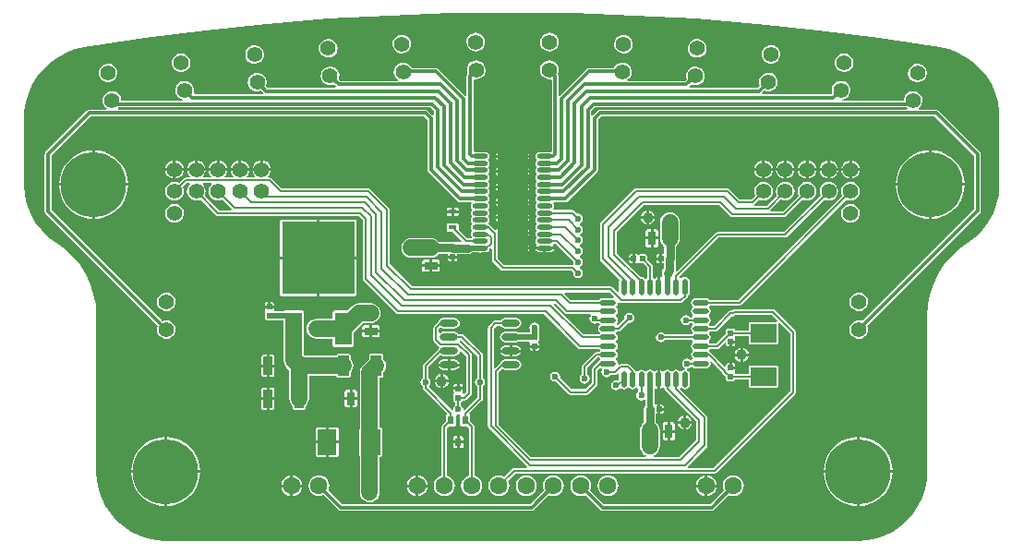
<source format=gtl>
G04 Layer_Physical_Order=1*
G04 Layer_Color=255*
%FSLAX25Y25*%
%MOIN*%
G70*
G01*
G75*
%ADD10O,0.02165X0.05905*%
%ADD11O,0.05905X0.02165*%
%ADD12O,0.05512X0.01772*%
%ADD13R,0.09449X0.24291*%
%ADD14R,0.03150X0.05118*%
%ADD15R,0.02047X0.02047*%
%ADD16R,0.02047X0.02047*%
%ADD17R,0.03347X0.06693*%
%ADD18R,0.05118X0.03150*%
%ADD19R,0.02362X0.03150*%
%ADD20R,0.03937X0.07480*%
%ADD21R,0.09449X0.06890*%
%ADD22R,0.06890X0.09449*%
%ADD23R,0.03150X0.01772*%
%ADD24O,0.06496X0.02559*%
%ADD25R,0.06299X0.11811*%
%ADD26R,0.26378X0.26378*%
%ADD27C,0.00787*%
%ADD28C,0.05905*%
%ADD29C,0.01968*%
%ADD30C,0.02953*%
%ADD31C,0.00606*%
%ADD32C,0.01181*%
%ADD33C,0.05512*%
%ADD34C,0.23622*%
%ADD35C,0.06299*%
%ADD36C,0.03937*%
%ADD37C,0.02362*%
G36*
X21913Y190257D02*
X44055Y189499D01*
X66175Y188233D01*
X88259Y186459D01*
X110298Y184180D01*
X132277Y181396D01*
X154188Y178108D01*
X157517Y177340D01*
X160715Y176138D01*
X163727Y174524D01*
X166499Y172526D01*
X168982Y170179D01*
X171133Y167525D01*
X172914Y164609D01*
X174294Y161483D01*
X175248Y158202D01*
X175761Y154824D01*
Y128401D01*
X175504Y124830D01*
X174741Y121334D01*
X173486Y117982D01*
X171765Y114843D01*
X169614Y111983D01*
X167076Y109458D01*
X164204Y107323D01*
X161041Y105015D01*
X158192Y102329D01*
X155701Y99308D01*
X153607Y95999D01*
X151943Y92455D01*
X150736Y88730D01*
X150004Y84883D01*
X149759Y80976D01*
Y24817D01*
X149545Y21554D01*
X148907Y18347D01*
X147855Y15250D01*
X146409Y12317D01*
X144592Y9598D01*
X142436Y7139D01*
X139978Y4983D01*
X137259Y3167D01*
X134326Y1720D01*
X131229Y669D01*
X128022Y31D01*
X124759Y-183D01*
X-125241D01*
X-128505Y31D01*
X-131712Y669D01*
X-134809Y1720D01*
X-137741Y3167D01*
X-140461Y4983D01*
X-142919Y7139D01*
X-145075Y9598D01*
X-146892Y12317D01*
X-148338Y15250D01*
X-149390Y18347D01*
X-150028Y21554D01*
X-150241Y24817D01*
Y80976D01*
X-150487Y84883D01*
X-151219Y88730D01*
X-152426Y92455D01*
X-154090Y95999D01*
X-156184Y99308D01*
X-158675Y102329D01*
X-161524Y105015D01*
X-164687Y107323D01*
X-167559Y109458D01*
X-170097Y111983D01*
X-172248Y114843D01*
X-173969Y117982D01*
X-175224Y121334D01*
X-175987Y124830D01*
X-176243Y128401D01*
Y154824D01*
X-175731Y158202D01*
X-174777Y161483D01*
X-173397Y164609D01*
X-171616Y167525D01*
X-169465Y170179D01*
X-166981Y172526D01*
X-164210Y174524D01*
X-161198Y176138D01*
X-158000Y177340D01*
X-154671Y178108D01*
X-132760Y181396D01*
X-110780Y184180D01*
X-88742Y186459D01*
X-66658Y188233D01*
X-44538Y189499D01*
X-22396Y190257D01*
X-241Y190507D01*
X21913Y190257D01*
D02*
G37*
%LPC*%
G36*
X-1189Y70273D02*
X-2657D01*
X-3387Y70128D01*
X-4006Y69714D01*
X-4419Y69096D01*
X-4465Y68866D01*
X-1189D01*
Y70273D01*
D02*
G37*
G36*
X1280D02*
X-189D01*
Y68866D01*
X3087D01*
X3041Y69096D01*
X2628Y69714D01*
X2009Y70128D01*
X1280Y70273D01*
D02*
G37*
G36*
X9537Y69539D02*
X8374D01*
Y68376D01*
X8898D01*
X9350Y68564D01*
X9537Y69016D01*
Y69539D01*
D02*
G37*
G36*
X3087Y67866D02*
X-189D01*
Y66459D01*
X1280D01*
X2009Y66605D01*
X2628Y67018D01*
X3041Y67637D01*
X3087Y67866D01*
D02*
G37*
G36*
X7374Y69539D02*
X6211D01*
Y69016D01*
X6398Y68564D01*
X6850Y68376D01*
X7374D01*
Y69539D01*
D02*
G37*
G36*
X-51181Y85572D02*
X-55492D01*
X-56420Y85449D01*
X-57284Y85092D01*
X-58026Y84522D01*
X-59615Y82933D01*
X-64252D01*
X-64711Y82743D01*
X-64901Y82284D01*
Y79961D01*
X-70866D01*
X-71794Y79839D01*
X-72658Y79481D01*
X-73400Y78912D01*
X-73970Y78170D01*
X-74327Y77305D01*
X-74449Y76378D01*
X-74327Y75450D01*
X-73970Y74586D01*
X-73400Y73844D01*
X-72658Y73275D01*
X-71794Y72917D01*
X-70866Y72795D01*
X-70866Y72795D01*
X-64901D01*
Y70473D01*
X-64711Y70013D01*
X-64252Y69823D01*
X-57953D01*
X-57494Y70013D01*
X-57303Y70473D01*
Y75109D01*
X-54008Y78405D01*
X-51181D01*
X-50254Y78527D01*
X-49389Y78885D01*
X-48647Y79454D01*
X-48311Y79893D01*
X-48163Y79954D01*
X-47973Y80413D01*
Y80450D01*
X-47720Y81061D01*
X-47598Y81988D01*
X-47720Y82916D01*
X-47973Y83526D01*
Y83563D01*
X-48163Y84022D01*
X-48311Y84083D01*
X-48647Y84522D01*
X-49389Y85092D01*
X-50254Y85449D01*
X-51181Y85572D01*
D02*
G37*
G36*
X-51681Y77706D02*
X-53740D01*
X-54192Y77519D01*
X-54379Y77067D01*
Y75992D01*
X-51681D01*
Y77706D01*
D02*
G37*
G36*
X-48622D02*
X-50681D01*
Y75992D01*
X-47983D01*
Y77067D01*
X-48170Y77519D01*
X-48622Y77706D01*
D02*
G37*
G36*
X7874Y78588D02*
X7179Y78449D01*
X6590Y78056D01*
X6196Y77467D01*
X6058Y76772D01*
X6196Y76077D01*
X6259Y75983D01*
Y74981D01*
X2245D01*
X2013Y75137D01*
X1280Y75283D01*
X-2657D01*
X-3391Y75137D01*
X-4013Y74721D01*
X-4428Y74099D01*
X-4574Y73366D01*
X-4428Y72633D01*
X-4013Y72011D01*
X-3391Y71596D01*
X-2657Y71450D01*
X1280D01*
X2013Y71596D01*
X2245Y71751D01*
X5981D01*
X6289Y71251D01*
X6211Y71063D01*
Y70539D01*
X9537D01*
Y71063D01*
X9350Y71515D01*
X9452Y72014D01*
X9547Y72244D01*
Y74291D01*
X9489Y74431D01*
Y75983D01*
X9552Y76077D01*
X9690Y76772D01*
X9552Y77467D01*
X9158Y78056D01*
X8569Y78449D01*
X7874Y78588D01*
D02*
G37*
G36*
X-51681Y74992D02*
X-54379D01*
Y73917D01*
X-54192Y73465D01*
X-53740Y73278D01*
X-51681D01*
Y74992D01*
D02*
G37*
G36*
X-47983D02*
X-50681D01*
Y73278D01*
X-48622D01*
X-48170Y73465D01*
X-47983Y73917D01*
Y74992D01*
D02*
G37*
G36*
X-88787Y55167D02*
X-89961D01*
X-90413Y54979D01*
X-90600Y54527D01*
Y51681D01*
X-88787D01*
Y55167D01*
D02*
G37*
G36*
X-86614D02*
X-87787D01*
Y51681D01*
X-85975D01*
Y54527D01*
X-86162Y54979D01*
X-86614Y55167D01*
D02*
G37*
G36*
X-56791Y54379D02*
X-57866D01*
Y51681D01*
X-56152D01*
Y53740D01*
X-56339Y54192D01*
X-56791Y54379D01*
D02*
G37*
G36*
X-56152Y50681D02*
X-57866D01*
Y47983D01*
X-56791D01*
X-56339Y48170D01*
X-56152Y48622D01*
Y50681D01*
D02*
G37*
G36*
X-58866Y54379D02*
X-59941D01*
X-60393Y54192D01*
X-60580Y53740D01*
Y51681D01*
X-58866D01*
Y54379D01*
D02*
G37*
G36*
X-86132Y83791D02*
X-89458D01*
Y83268D01*
X-89271Y82816D01*
X-89373Y82317D01*
X-89468Y82087D01*
Y80039D01*
X-89278Y79580D01*
X-88819Y79390D01*
X-86772D01*
X-86632Y79448D01*
X-82854D01*
Y70473D01*
X-82664Y70013D01*
X-82639Y70003D01*
Y64980D01*
X-82516Y64053D01*
X-82158Y63189D01*
X-81589Y62446D01*
X-80650Y61508D01*
Y51181D01*
X-80528Y50254D01*
X-80170Y49389D01*
X-79601Y48647D01*
X-79390Y48485D01*
Y47835D01*
X-79199Y47375D01*
X-78740Y47185D01*
X-75394D01*
X-74935Y47375D01*
X-74744Y47835D01*
Y48485D01*
X-74533Y48647D01*
X-73964Y49389D01*
X-73606Y50254D01*
X-73484Y51181D01*
Y59409D01*
X-63642D01*
Y59252D01*
X-63451Y58793D01*
X-62992Y58602D01*
X-59055D01*
X-58596Y58793D01*
X-58406Y59252D01*
Y60568D01*
X-57920Y61200D01*
X-57562Y62065D01*
X-57440Y62992D01*
X-57562Y63920D01*
X-57920Y64784D01*
X-58406Y65416D01*
Y66732D01*
X-58596Y67191D01*
X-59055Y67382D01*
X-62992D01*
X-63451Y67191D01*
X-63642Y66732D01*
Y66575D01*
X-74842D01*
X-74935Y66798D01*
X-75394Y66988D01*
X-75472D01*
Y70003D01*
X-75446Y70013D01*
X-75256Y70473D01*
Y82284D01*
X-75446Y82743D01*
X-75906Y82933D01*
X-82205D01*
X-82664Y82743D01*
X-82691Y82678D01*
X-85835D01*
X-86169Y83178D01*
X-86132Y83268D01*
Y83791D01*
D02*
G37*
G36*
X-86614Y66978D02*
X-87787D01*
Y63492D01*
X-85975D01*
Y66339D01*
X-86162Y66791D01*
X-86614Y66978D01*
D02*
G37*
G36*
X-1189Y67866D02*
X-4465D01*
X-4419Y67637D01*
X-4006Y67018D01*
X-3387Y66605D01*
X-2657Y66459D01*
X-1189D01*
Y67866D01*
D02*
G37*
G36*
X-88787Y66978D02*
X-89961D01*
X-90413Y66791D01*
X-90600Y66339D01*
Y63492D01*
X-88787D01*
Y66978D01*
D02*
G37*
G36*
Y62492D02*
X-90600D01*
Y59646D01*
X-90413Y59194D01*
X-89961Y59007D01*
X-88787D01*
Y62492D01*
D02*
G37*
G36*
X-85975D02*
X-87787D01*
Y59007D01*
X-86614D01*
X-86162Y59194D01*
X-85975Y59646D01*
Y62492D01*
D02*
G37*
G36*
X-20965Y80282D02*
X-24902D01*
X-25635Y80137D01*
X-26257Y79721D01*
X-26672Y79100D01*
X-26675Y79087D01*
X-26681Y79083D01*
X-28275Y77488D01*
X-28495Y77159D01*
X-28572Y76772D01*
Y72303D01*
X-28495Y71915D01*
X-28275Y71587D01*
X-26838Y70150D01*
X-26643Y70019D01*
X-26476Y69544D01*
X-26464Y69411D01*
X-26558Y69270D01*
X-26838Y69083D01*
X-32212Y63709D01*
X-32432Y63380D01*
X-32509Y62992D01*
Y58552D01*
X-32780Y58371D01*
X-33174Y57782D01*
X-33312Y57087D01*
X-33174Y56392D01*
X-32780Y55803D01*
X-32509Y55621D01*
Y55118D01*
X-32432Y54730D01*
X-32212Y54402D01*
X-23749Y45938D01*
X-23866Y45349D01*
X-23884Y45341D01*
X-24075Y44882D01*
Y42909D01*
X-25323Y41661D01*
X-25542Y41333D01*
X-25620Y40945D01*
Y23324D01*
X-26497Y22960D01*
X-27281Y22359D01*
X-27882Y21576D01*
X-28259Y20664D01*
X-28388Y19685D01*
X-28259Y18706D01*
X-27882Y17794D01*
X-27281Y17011D01*
X-26497Y16410D01*
X-25585Y16032D01*
X-24606Y15903D01*
X-23628Y16032D01*
X-22715Y16410D01*
X-21932Y17011D01*
X-21331Y17794D01*
X-20953Y18706D01*
X-20824Y19685D01*
X-20953Y20664D01*
X-21331Y21576D01*
X-21932Y22359D01*
X-22715Y22960D01*
X-23593Y23324D01*
Y40525D01*
X-23035Y41083D01*
X-21063D01*
X-20604Y41273D01*
X-20414Y41732D01*
Y44882D01*
X-20500Y45091D01*
X-20136Y45518D01*
X-19685Y45428D01*
X-19234Y45518D01*
X-18870Y45091D01*
X-18957Y44882D01*
Y41732D01*
X-18766Y41273D01*
X-18307Y41083D01*
X-16335D01*
X-15777Y40525D01*
Y23324D01*
X-16655Y22960D01*
X-17438Y22359D01*
X-18039Y21576D01*
X-18417Y20664D01*
X-18546Y19685D01*
X-18417Y18706D01*
X-18039Y17794D01*
X-17438Y17011D01*
X-16655Y16410D01*
X-15743Y16032D01*
X-14764Y15903D01*
X-13785Y16032D01*
X-12873Y16410D01*
X-12089Y17011D01*
X-11489Y17794D01*
X-11111Y18706D01*
X-10982Y19685D01*
X-11111Y20664D01*
X-11489Y21576D01*
X-12089Y22359D01*
X-12873Y22960D01*
X-13751Y23324D01*
Y40945D01*
X-13828Y41333D01*
X-14047Y41661D01*
X-15295Y42909D01*
Y44882D01*
X-15486Y45341D01*
X-15504Y45349D01*
X-15621Y45938D01*
X-11095Y50465D01*
X-10875Y50793D01*
X-10798Y51181D01*
Y55621D01*
X-10527Y55803D01*
X-10133Y56392D01*
X-9995Y57087D01*
X-10133Y57782D01*
X-10527Y58371D01*
X-10798Y58552D01*
Y66929D01*
X-10875Y67317D01*
X-11095Y67646D01*
X-17532Y74083D01*
X-17860Y74302D01*
X-18248Y74379D01*
X-19381D01*
X-19610Y74721D01*
X-20231Y75137D01*
X-20965Y75283D01*
X-24902D01*
X-25635Y75137D01*
X-26046Y74862D01*
X-26546Y75120D01*
Y76352D01*
X-26035Y76863D01*
X-25635Y76596D01*
X-24902Y76450D01*
X-20965D01*
X-20231Y76596D01*
X-19610Y77011D01*
X-19194Y77633D01*
X-19048Y78366D01*
X-19194Y79100D01*
X-19610Y79721D01*
X-20231Y80137D01*
X-20965Y80282D01*
D02*
G37*
G36*
X43161Y103238D02*
X42638D01*
X42186Y103050D01*
X41999Y102598D01*
Y102075D01*
X43161D01*
Y103238D01*
D02*
G37*
G36*
X53004D02*
X52480D01*
X52028Y103050D01*
X51841Y102598D01*
Y102075D01*
X53004D01*
Y103238D01*
D02*
G37*
G36*
X-19991Y101823D02*
X-21154D01*
Y100660D01*
X-20630D01*
X-20178Y100847D01*
X-19991Y101299D01*
Y101823D01*
D02*
G37*
G36*
X53004Y101075D02*
X51841D01*
Y100551D01*
X52028Y100099D01*
X52480Y99912D01*
X53004D01*
Y101075D01*
D02*
G37*
G36*
X-22153Y101823D02*
X-23316D01*
Y101299D01*
X-23129Y100847D01*
X-22677Y100660D01*
X-22153D01*
Y101823D01*
D02*
G37*
G36*
X-70579Y115797D02*
X-83268D01*
X-83720Y115610D01*
X-83907Y115157D01*
Y102469D01*
X-70579D01*
Y115797D01*
D02*
G37*
G36*
X6038Y105012D02*
X5512D01*
Y104170D01*
X5608Y104235D01*
X6000Y104821D01*
X6038Y105012D01*
D02*
G37*
G36*
X49795Y108555D02*
X48081D01*
Y106496D01*
X48268Y106044D01*
X48720Y105857D01*
X49795D01*
Y108555D01*
D02*
G37*
G36*
X14890Y104913D02*
X12114D01*
Y103908D01*
X13484D01*
X14060Y104023D01*
X14549Y104349D01*
X14875Y104837D01*
X14890Y104913D01*
D02*
G37*
G36*
X-56890Y115797D02*
X-69579D01*
Y102469D01*
X-56251D01*
Y115157D01*
X-56438Y115610D01*
X-56890Y115797D01*
D02*
G37*
G36*
X11114Y104913D02*
X8338D01*
X8353Y104837D01*
X8680Y104349D01*
X9168Y104023D01*
X9744Y103908D01*
X11114D01*
Y104913D01*
D02*
G37*
G36*
X-86772Y85954D02*
X-87295D01*
Y84791D01*
X-86132D01*
Y85315D01*
X-86320Y85767D01*
X-86772Y85954D01*
D02*
G37*
G36*
X-70579Y101469D02*
X-83907D01*
Y88779D01*
X-83720Y88328D01*
X-83268Y88140D01*
X-70579D01*
Y101469D01*
D02*
G37*
G36*
X-88295Y85954D02*
X-88819D01*
X-89271Y85767D01*
X-89458Y85315D01*
Y84791D01*
X-88295D01*
Y85954D01*
D02*
G37*
G36*
X-124951Y89534D02*
X-125827Y89419D01*
X-126643Y89081D01*
X-127344Y88543D01*
X-127882Y87841D01*
X-128220Y87025D01*
X-128336Y86149D01*
X-128220Y85273D01*
X-127882Y84457D01*
X-127344Y83756D01*
X-126643Y83218D01*
X-125827Y82880D01*
X-124951Y82764D01*
X-124075Y82880D01*
X-123258Y83218D01*
X-122557Y83756D01*
X-122020Y84457D01*
X-121681Y85273D01*
X-121566Y86149D01*
X-121681Y87025D01*
X-122020Y87841D01*
X-122557Y88543D01*
X-123258Y89081D01*
X-124075Y89419D01*
X-124951Y89534D01*
D02*
G37*
G36*
X125049D02*
X124173Y89419D01*
X123357Y89081D01*
X122656Y88543D01*
X122118Y87841D01*
X121780Y87025D01*
X121664Y86149D01*
X121780Y85273D01*
X122118Y84457D01*
X122656Y83756D01*
X123357Y83218D01*
X124173Y82880D01*
X125049Y82764D01*
X125925Y82880D01*
X126742Y83218D01*
X127443Y83756D01*
X127980Y84457D01*
X128319Y85273D01*
X128434Y86149D01*
X128319Y87025D01*
X127980Y87841D01*
X127443Y88543D01*
X126742Y89081D01*
X125925Y89419D01*
X125049Y89534D01*
D02*
G37*
G36*
X-56251Y101469D02*
X-69579D01*
Y88140D01*
X-56890D01*
X-56438Y88328D01*
X-56251Y88779D01*
Y101469D01*
D02*
G37*
G36*
X-26969Y101328D02*
X-29028D01*
Y99614D01*
X-26329D01*
Y100689D01*
X-26517Y101141D01*
X-26969Y101328D01*
D02*
G37*
G36*
X43161Y101075D02*
X41999D01*
Y100551D01*
X42186Y100099D01*
X42638Y99912D01*
X43161D01*
Y101075D01*
D02*
G37*
G36*
X-30028Y101328D02*
X-32087D01*
X-32539Y101141D01*
X-32726Y100689D01*
Y99614D01*
X-30028D01*
Y101328D01*
D02*
G37*
G36*
Y98614D02*
X-32726D01*
Y97539D01*
X-32539Y97087D01*
X-32087Y96900D01*
X-30028D01*
Y98614D01*
D02*
G37*
G36*
X-26329D02*
X-29028D01*
Y96900D01*
X-26969D01*
X-26517Y97087D01*
X-26329Y97539D01*
Y98614D01*
D02*
G37*
G36*
X-58866Y50681D02*
X-60580D01*
Y48622D01*
X-60393Y48170D01*
X-59941Y47983D01*
X-58866D01*
Y50681D01*
D02*
G37*
G36*
X73589Y19185D02*
X70382D01*
Y15979D01*
X70858Y16041D01*
X71768Y16418D01*
X72549Y17018D01*
X73149Y17799D01*
X73526Y18709D01*
X73589Y19185D01*
D02*
G37*
G36*
X-80224Y23392D02*
X-80701Y23329D01*
X-81611Y22952D01*
X-82392Y22353D01*
X-82991Y21571D01*
X-83368Y20661D01*
X-83431Y20185D01*
X-80224D01*
Y23392D01*
D02*
G37*
G36*
X69382Y19185D02*
X66175D01*
X66238Y18709D01*
X66615Y17799D01*
X67214Y17018D01*
X67996Y16418D01*
X68906Y16041D01*
X69382Y15979D01*
Y19185D01*
D02*
G37*
G36*
X-34949D02*
X-38155D01*
X-38093Y18709D01*
X-37716Y17799D01*
X-37116Y17018D01*
X-36335Y16418D01*
X-35425Y16041D01*
X-34949Y15979D01*
Y19185D01*
D02*
G37*
G36*
X-30742D02*
X-33949D01*
Y15979D01*
X-33472Y16041D01*
X-32563Y16418D01*
X-31781Y17018D01*
X-31182Y17799D01*
X-30805Y18709D01*
X-30742Y19185D01*
D02*
G37*
G36*
X-79224Y23392D02*
Y20185D01*
X-76018D01*
X-76081Y20661D01*
X-76457Y21571D01*
X-77057Y22353D01*
X-77838Y22952D01*
X-78748Y23329D01*
X-79224Y23392D01*
D02*
G37*
G36*
X70382D02*
Y20185D01*
X73589D01*
X73526Y20661D01*
X73149Y21571D01*
X72549Y22353D01*
X71768Y22952D01*
X70858Y23329D01*
X70382Y23392D01*
D02*
G37*
G36*
X-125741Y37218D02*
X-127188Y37104D01*
X-129086Y36648D01*
X-130889Y35901D01*
X-132553Y34881D01*
X-134038Y33613D01*
X-135306Y32129D01*
X-136326Y30465D01*
X-137073Y28661D01*
X-137528Y26763D01*
X-137642Y25317D01*
X-125741D01*
Y37218D01*
D02*
G37*
G36*
X69382Y23392D02*
X68906Y23329D01*
X67996Y22952D01*
X67214Y22353D01*
X66615Y21571D01*
X66238Y20661D01*
X66175Y20185D01*
X69382D01*
Y23392D01*
D02*
G37*
G36*
X-34949D02*
X-35425Y23329D01*
X-36335Y22952D01*
X-37116Y22353D01*
X-37716Y21571D01*
X-38093Y20661D01*
X-38155Y20185D01*
X-34949D01*
Y23392D01*
D02*
G37*
G36*
X-33949D02*
Y20185D01*
X-30742D01*
X-30805Y20661D01*
X-31182Y21571D01*
X-31781Y22353D01*
X-32563Y22952D01*
X-33472Y23329D01*
X-33949Y23392D01*
D02*
G37*
G36*
X137159Y24317D02*
X125259D01*
Y12416D01*
X126705Y12530D01*
X128603Y12986D01*
X130406Y13733D01*
X132071Y14753D01*
X133555Y16021D01*
X134823Y17505D01*
X135843Y19170D01*
X136590Y20973D01*
X137045Y22871D01*
X137159Y24317D01*
D02*
G37*
G36*
X14764Y23467D02*
X13785Y23338D01*
X12873Y22960D01*
X12089Y22359D01*
X11489Y21576D01*
X11111Y20664D01*
X10982Y19685D01*
X11111Y18706D01*
X11391Y18029D01*
X6387Y13025D01*
X-61505D01*
X-66509Y18029D01*
X-66229Y18706D01*
X-66100Y19685D01*
X-66229Y20664D01*
X-66607Y21576D01*
X-67208Y22359D01*
X-67991Y22960D01*
X-68903Y23338D01*
X-69882Y23467D01*
X-70861Y23338D01*
X-71773Y22960D01*
X-72556Y22359D01*
X-73157Y21576D01*
X-73535Y20664D01*
X-73664Y19685D01*
X-73535Y18706D01*
X-73157Y17794D01*
X-72556Y17011D01*
X-71773Y16410D01*
X-70861Y16032D01*
X-69882Y15903D01*
X-68903Y16032D01*
X-68226Y16312D01*
X-62866Y10953D01*
X-62866Y10953D01*
X-62472Y10689D01*
X-62008Y10597D01*
X-62008Y10597D01*
X6890D01*
X6890Y10597D01*
X7354Y10689D01*
X7748Y10953D01*
X13108Y16312D01*
X13785Y16032D01*
X14764Y15903D01*
X15743Y16032D01*
X16655Y16410D01*
X17438Y17011D01*
X18039Y17794D01*
X18417Y18706D01*
X18546Y19685D01*
X18417Y20664D01*
X18039Y21576D01*
X17438Y22359D01*
X16655Y22960D01*
X15743Y23338D01*
X14764Y23467D01*
D02*
G37*
G36*
X124259Y24317D02*
X112358D01*
X112472Y22871D01*
X112927Y20973D01*
X113674Y19170D01*
X114694Y17505D01*
X115962Y16021D01*
X117447Y14753D01*
X119111Y13733D01*
X120914Y12986D01*
X122812Y12530D01*
X124259Y12416D01*
Y24317D01*
D02*
G37*
G36*
X-125741D02*
X-137642D01*
X-137528Y22871D01*
X-137073Y20973D01*
X-136326Y19170D01*
X-135306Y17505D01*
X-134038Y16021D01*
X-132553Y14753D01*
X-130889Y13733D01*
X-129086Y12986D01*
X-127188Y12530D01*
X-125741Y12416D01*
Y24317D01*
D02*
G37*
G36*
X-112841D02*
X-124741D01*
Y12416D01*
X-123295Y12530D01*
X-121397Y12986D01*
X-119594Y13733D01*
X-117929Y14753D01*
X-116445Y16021D01*
X-115177Y17505D01*
X-114157Y19170D01*
X-113410Y20973D01*
X-112955Y22871D01*
X-112841Y24317D01*
D02*
G37*
G36*
X79724Y23467D02*
X78746Y23338D01*
X77833Y22960D01*
X77050Y22359D01*
X76449Y21576D01*
X76071Y20664D01*
X75942Y19685D01*
X76071Y18706D01*
X76352Y18029D01*
X71348Y13025D01*
X32983D01*
X27979Y18029D01*
X28259Y18706D01*
X28388Y19685D01*
X28259Y20664D01*
X27882Y21576D01*
X27281Y22359D01*
X26497Y22960D01*
X25585Y23338D01*
X24606Y23467D01*
X23628Y23338D01*
X22715Y22960D01*
X21932Y22359D01*
X21331Y21576D01*
X20953Y20664D01*
X20824Y19685D01*
X20953Y18706D01*
X21331Y17794D01*
X21932Y17011D01*
X22715Y16410D01*
X23628Y16032D01*
X24606Y15903D01*
X25585Y16032D01*
X26262Y16312D01*
X31622Y10953D01*
X31622Y10953D01*
X32016Y10689D01*
X32480Y10597D01*
X32480Y10597D01*
X71850D01*
X71850Y10597D01*
X72315Y10689D01*
X72709Y10953D01*
X78069Y16312D01*
X78746Y16032D01*
X79724Y15903D01*
X80703Y16032D01*
X81615Y16410D01*
X82399Y17011D01*
X83000Y17794D01*
X83377Y18706D01*
X83506Y19685D01*
X83377Y20664D01*
X83000Y21576D01*
X82399Y22359D01*
X81615Y22960D01*
X80703Y23338D01*
X79724Y23467D01*
D02*
G37*
G36*
X-80224Y19185D02*
X-83431D01*
X-83368Y18709D01*
X-82991Y17799D01*
X-82392Y17018D01*
X-81611Y16418D01*
X-80701Y16041D01*
X-80224Y15979D01*
Y19185D01*
D02*
G37*
G36*
X-76018D02*
X-79224D01*
Y15979D01*
X-78748Y16041D01*
X-77838Y16418D01*
X-77057Y17018D01*
X-76457Y17799D01*
X-76081Y18709D01*
X-76018Y19185D01*
D02*
G37*
G36*
X34449Y23467D02*
X33470Y23338D01*
X32558Y22960D01*
X31775Y22359D01*
X31174Y21576D01*
X30796Y20664D01*
X30667Y19685D01*
X30796Y18706D01*
X31174Y17794D01*
X31775Y17011D01*
X32558Y16410D01*
X33470Y16032D01*
X34449Y15903D01*
X35428Y16032D01*
X36340Y16410D01*
X37123Y17011D01*
X37724Y17794D01*
X38102Y18706D01*
X38231Y19685D01*
X38102Y20664D01*
X37724Y21576D01*
X37123Y22359D01*
X36340Y22960D01*
X35428Y23338D01*
X34449Y23467D01*
D02*
G37*
G36*
X-47244Y67382D02*
X-51181D01*
X-51640Y67191D01*
X-51831Y66732D01*
Y65442D01*
X-54109Y63164D01*
X-54678Y62422D01*
X-55036Y61557D01*
X-55158Y60630D01*
Y40488D01*
X-55295Y40157D01*
Y30709D01*
X-55158Y30378D01*
Y17323D01*
X-55036Y16395D01*
X-54678Y15531D01*
X-54109Y14789D01*
X-53367Y14220D01*
X-52502Y13861D01*
X-51575Y13739D01*
X-50647Y13861D01*
X-49783Y14220D01*
X-49041Y14789D01*
X-48472Y15531D01*
X-48114Y16395D01*
X-47991Y17323D01*
Y30059D01*
X-47756D01*
X-47297Y30249D01*
X-47107Y30709D01*
Y40157D01*
X-47297Y40617D01*
X-47756Y40807D01*
X-47991D01*
Y58602D01*
X-47244D01*
X-46785Y58793D01*
X-46595Y59252D01*
Y60568D01*
X-46109Y61200D01*
X-45751Y62065D01*
X-45629Y62992D01*
X-45751Y63920D01*
X-46109Y64784D01*
X-46595Y65416D01*
Y66732D01*
X-46785Y67191D01*
X-47244Y67382D01*
D02*
G37*
G36*
X4921Y23467D02*
X3942Y23338D01*
X3030Y22960D01*
X2247Y22359D01*
X1646Y21576D01*
X1268Y20664D01*
X1139Y19685D01*
X1268Y18706D01*
X1646Y17794D01*
X2247Y17011D01*
X3030Y16410D01*
X3942Y16032D01*
X4921Y15903D01*
X5900Y16032D01*
X6812Y16410D01*
X7596Y17011D01*
X8196Y17794D01*
X8574Y18706D01*
X8703Y19685D01*
X8574Y20664D01*
X8196Y21576D01*
X7596Y22359D01*
X6812Y22960D01*
X5900Y23338D01*
X4921Y23467D01*
D02*
G37*
G36*
X-124741Y37218D02*
Y25317D01*
X-112841D01*
X-112955Y26763D01*
X-113410Y28661D01*
X-114157Y30465D01*
X-115177Y32129D01*
X-116445Y33613D01*
X-117929Y34881D01*
X-119594Y35901D01*
X-121397Y36648D01*
X-123295Y37104D01*
X-124741Y37218D01*
D02*
G37*
G36*
X61705Y42020D02*
X59689D01*
X59711Y41852D01*
X59969Y41229D01*
X60380Y40695D01*
X60914Y40284D01*
X61537Y40027D01*
X61705Y40004D01*
Y42020D01*
D02*
G37*
G36*
X64720D02*
X62705D01*
Y40004D01*
X62873Y40027D01*
X63495Y40284D01*
X64030Y40695D01*
X64440Y41229D01*
X64698Y41852D01*
X64720Y42020D01*
D02*
G37*
G36*
X57972Y42568D02*
X56898D01*
Y39870D01*
X58612D01*
Y41929D01*
X58424Y42381D01*
X57972Y42568D01*
D02*
G37*
G36*
X58612Y38870D02*
X56898D01*
Y36172D01*
X57972D01*
X58424Y36359D01*
X58612Y36811D01*
Y38870D01*
D02*
G37*
G36*
X55898Y42568D02*
X54823D01*
X54371Y42381D01*
X54184Y41929D01*
Y39870D01*
X55898D01*
Y42568D01*
D02*
G37*
G36*
X61705Y45035D02*
X61537Y45013D01*
X60914Y44755D01*
X60380Y44345D01*
X59969Y43810D01*
X59711Y43188D01*
X59689Y43020D01*
X61705D01*
Y45035D01*
D02*
G37*
G36*
X-85975Y50681D02*
X-87787D01*
Y47195D01*
X-86614D01*
X-86162Y47383D01*
X-85975Y47835D01*
Y50681D01*
D02*
G37*
G36*
X53819Y48907D02*
X53295D01*
Y47744D01*
X54458D01*
Y48268D01*
X54271Y48720D01*
X53819Y48907D01*
D02*
G37*
G36*
X-88787Y50681D02*
X-90600D01*
Y47835D01*
X-90413Y47383D01*
X-89961Y47195D01*
X-88787D01*
Y50681D01*
D02*
G37*
G36*
X62705Y45035D02*
Y43020D01*
X64720D01*
X64698Y43188D01*
X64440Y43810D01*
X64030Y44345D01*
X63495Y44755D01*
X62873Y45013D01*
X62705Y45035D01*
D02*
G37*
G36*
X54458Y46744D02*
X53295D01*
Y45581D01*
X53819D01*
X54271Y45768D01*
X54458Y46220D01*
Y46744D01*
D02*
G37*
G36*
X-62825Y34933D02*
X-66409D01*
Y30070D01*
X-63465D01*
X-63013Y30257D01*
X-62825Y30709D01*
Y34933D01*
D02*
G37*
G36*
X-20185D02*
X-21505D01*
Y33858D01*
X-21318Y33406D01*
X-20866Y33219D01*
X-20185D01*
Y34933D01*
D02*
G37*
G36*
X-67409D02*
X-70994D01*
Y30709D01*
X-70806Y30257D01*
X-70354Y30070D01*
X-67409D01*
Y34933D01*
D02*
G37*
G36*
X124259Y37218D02*
X122812Y37104D01*
X120914Y36648D01*
X119111Y35901D01*
X117447Y34881D01*
X115962Y33613D01*
X114694Y32129D01*
X113674Y30465D01*
X112927Y28661D01*
X112472Y26763D01*
X112358Y25317D01*
X124259D01*
Y37218D01*
D02*
G37*
G36*
X125259D02*
Y25317D01*
X137159D01*
X137045Y26763D01*
X136590Y28661D01*
X135843Y30465D01*
X134823Y32129D01*
X133555Y33613D01*
X132071Y34881D01*
X130406Y35901D01*
X128603Y36648D01*
X126705Y37104D01*
X125259Y37218D01*
D02*
G37*
G36*
X-17865Y34933D02*
X-19185D01*
Y33219D01*
X-18504D01*
X-18052Y33406D01*
X-17865Y33858D01*
Y34933D01*
D02*
G37*
G36*
X-63465Y40797D02*
X-66409D01*
Y35933D01*
X-62825D01*
Y40157D01*
X-63013Y40609D01*
X-63465Y40797D01*
D02*
G37*
G36*
X55898Y38870D02*
X54184D01*
Y36811D01*
X54371Y36359D01*
X54823Y36172D01*
X55898D01*
Y38870D01*
D02*
G37*
G36*
X-18504Y37647D02*
X-19185D01*
Y35933D01*
X-17865D01*
Y37008D01*
X-18052Y37460D01*
X-18504Y37647D01*
D02*
G37*
G36*
X-67409Y40797D02*
X-70354D01*
X-70806Y40609D01*
X-70994Y40157D01*
Y35933D01*
X-67409D01*
Y40797D01*
D02*
G37*
G36*
X-20185Y37647D02*
X-20866D01*
X-21318Y37460D01*
X-21505Y37008D01*
Y35933D01*
X-20185D01*
Y37647D01*
D02*
G37*
G36*
X52509Y108555D02*
X50795D01*
Y105857D01*
X51870D01*
X52322Y106044D01*
X52509Y106496D01*
Y108555D01*
D02*
G37*
G36*
X90051Y133358D02*
X87242D01*
X87291Y132985D01*
X87628Y132171D01*
X88165Y131472D01*
X88863Y130935D01*
X89678Y130598D01*
X90051Y130549D01*
Y133358D01*
D02*
G37*
G36*
X113673D02*
X110864D01*
X110913Y132985D01*
X111250Y132171D01*
X111786Y131472D01*
X112486Y130935D01*
X113300Y130598D01*
X113673Y130549D01*
Y133358D01*
D02*
G37*
G36*
X109609Y133358D02*
X106799D01*
Y130549D01*
X107173Y130598D01*
X107987Y130935D01*
X108686Y131472D01*
X109222Y132171D01*
X109560Y132985D01*
X109609Y133358D01*
D02*
G37*
G36*
X105799D02*
X102990D01*
X103039Y132985D01*
X103376Y132171D01*
X103912Y131472D01*
X104612Y130935D01*
X105426Y130598D01*
X105799Y130549D01*
Y133358D01*
D02*
G37*
G36*
X-118738D02*
X-121547D01*
Y130549D01*
X-121174Y130598D01*
X-120360Y130935D01*
X-119660Y131472D01*
X-119124Y132171D01*
X-118787Y132985D01*
X-118738Y133358D01*
D02*
G37*
G36*
X101735Y133358D02*
X98925D01*
Y130549D01*
X99299Y130598D01*
X100113Y130935D01*
X100812Y131472D01*
X101348Y132171D01*
X101686Y132985D01*
X101735Y133358D01*
D02*
G37*
G36*
X6038Y132571D02*
X5512D01*
Y131729D01*
X5608Y131794D01*
X6000Y132380D01*
X6038Y132571D01*
D02*
G37*
G36*
X-5512Y134412D02*
X-5608Y134348D01*
X-6000Y133762D01*
X-6038Y133571D01*
X-5512D01*
Y134412D01*
D02*
G37*
G36*
Y132571D02*
X-6038D01*
X-6000Y132380D01*
X-5608Y131794D01*
X-5512Y131729D01*
Y132571D01*
D02*
G37*
G36*
X125357Y133358D02*
X122547D01*
Y130549D01*
X122921Y130598D01*
X123735Y130935D01*
X124434Y131472D01*
X124970Y132171D01*
X125308Y132985D01*
X125357Y133358D01*
D02*
G37*
G36*
X-98425Y133858D02*
D01*
Y133358D01*
X-101735D01*
X-101686Y132985D01*
X-101348Y132171D01*
X-100812Y131472D01*
X-100763Y131434D01*
X-100933Y130934D01*
X-103791D01*
X-103961Y131434D01*
X-103912Y131472D01*
X-103376Y132171D01*
X-103039Y132985D01*
X-102990Y133358D01*
X-106299D01*
X-109609D01*
X-109560Y132985D01*
X-109222Y132171D01*
X-108686Y131472D01*
X-108638Y131434D01*
X-108807Y130934D01*
X-111665D01*
X-111835Y131434D01*
X-111786Y131472D01*
X-111250Y132171D01*
X-110913Y132985D01*
X-110864Y133358D01*
X-114173D01*
X-117483D01*
X-117434Y132985D01*
X-117096Y132171D01*
X-116560Y131472D01*
X-116512Y131434D01*
X-116681Y130934D01*
X-118110D01*
X-118498Y130857D01*
X-118827Y130638D01*
X-120492Y128972D01*
X-121171Y129254D01*
X-122047Y129369D01*
X-122923Y129254D01*
X-123740Y128916D01*
X-124441Y128378D01*
X-124979Y127677D01*
X-125317Y126860D01*
X-125432Y125984D01*
X-125317Y125108D01*
X-124979Y124292D01*
X-124441Y123591D01*
X-123740Y123053D01*
X-122923Y122715D01*
X-122047Y122599D01*
X-121171Y122715D01*
X-120355Y123053D01*
X-119654Y123591D01*
X-119116Y124292D01*
X-118778Y125108D01*
X-118662Y125984D01*
X-118778Y126860D01*
X-119059Y127540D01*
X-117691Y128908D01*
X-116653D01*
X-116492Y128435D01*
X-116567Y128378D01*
X-117105Y127677D01*
X-117443Y126860D01*
X-117558Y125984D01*
X-117443Y125108D01*
X-117105Y124292D01*
X-116567Y123591D01*
X-115866Y123053D01*
X-115049Y122715D01*
X-114173Y122599D01*
X-113297Y122715D01*
X-112618Y122996D01*
X-107016Y117394D01*
X-106687Y117174D01*
X-106299Y117097D01*
X-55538D01*
X-54163Y115722D01*
Y94488D01*
X-54086Y94100D01*
X-53866Y93772D01*
X-42055Y81961D01*
X-41726Y81741D01*
X-41339Y81664D01*
X11391D01*
X23693Y69362D01*
X24022Y69143D01*
X24409Y69066D01*
X31232D01*
X31366Y68866D01*
X31473Y68794D01*
X31504Y68289D01*
X31162Y67942D01*
X30315D01*
X29927Y67865D01*
X29599Y67646D01*
X25268Y63315D01*
X25048Y62986D01*
X24971Y62598D01*
Y59733D01*
X24700Y59552D01*
X24306Y58963D01*
X24168Y58268D01*
X24306Y57573D01*
X24700Y56984D01*
X25289Y56590D01*
X25984Y56452D01*
X26679Y56590D01*
X27268Y56984D01*
X27662Y57573D01*
X27800Y58268D01*
X27662Y58963D01*
X27268Y59552D01*
X26997Y59733D01*
Y62179D01*
X30735Y65916D01*
X31232D01*
X31366Y65716D01*
X31533Y65604D01*
Y65104D01*
X31366Y64993D01*
X31192Y64732D01*
X31108Y64716D01*
X30780Y64496D01*
X28811Y62527D01*
X28591Y62199D01*
X28514Y61811D01*
Y56719D01*
X26352Y54557D01*
X21286D01*
X17107Y58736D01*
X17170Y59055D01*
X17032Y59750D01*
X16638Y60339D01*
X16049Y60733D01*
X15354Y60871D01*
X14659Y60733D01*
X14070Y60339D01*
X13677Y59750D01*
X13538Y59055D01*
X13677Y58360D01*
X14070Y57771D01*
X14659Y57377D01*
X15354Y57239D01*
X15674Y57303D01*
X20150Y52827D01*
X20478Y52607D01*
X20866Y52530D01*
X26772D01*
X27159Y52607D01*
X27488Y52827D01*
X30244Y55583D01*
X30464Y55911D01*
X30541Y56299D01*
Y61391D01*
X31576Y62426D01*
X31922Y62195D01*
X32132Y62153D01*
X32362Y61597D01*
X32181Y61325D01*
X32042Y60630D01*
X32181Y59935D01*
X32574Y59346D01*
X33163Y58952D01*
X33858Y58814D01*
X34553Y58952D01*
X35142Y59346D01*
X35323Y59617D01*
X37008D01*
X37396Y59694D01*
X37724Y59913D01*
X37977Y60166D01*
X38404Y59959D01*
X38442Y59924D01*
Y57954D01*
X38307Y57809D01*
X38020Y57598D01*
X37402Y57722D01*
X36707Y57583D01*
X36118Y57190D01*
X35724Y56600D01*
X35586Y55905D01*
X35724Y55211D01*
X36118Y54621D01*
X36707Y54228D01*
X37402Y54089D01*
X38096Y54228D01*
X38686Y54621D01*
X38762Y54736D01*
X38944Y54988D01*
X39501Y54616D01*
X40157Y54485D01*
X40814Y54616D01*
X41371Y54988D01*
X41482Y55155D01*
X41982D01*
X42094Y54988D01*
X42650Y54616D01*
X43307Y54485D01*
X43964Y54616D01*
X44520Y54988D01*
X44592Y55095D01*
X45097Y55126D01*
X45443Y54784D01*
Y53827D01*
X45173Y53646D01*
X44779Y53057D01*
X44641Y52362D01*
X44779Y51667D01*
X45173Y51078D01*
X45762Y50684D01*
X46457Y50546D01*
X47152Y50684D01*
X47452Y50885D01*
X47952Y50618D01*
Y48564D01*
X47611Y48054D01*
X47450Y47244D01*
Y42558D01*
X47033Y42239D01*
X46464Y41496D01*
X46106Y40632D01*
X45983Y39705D01*
Y33898D01*
X46106Y32970D01*
X46464Y32106D01*
X47033Y31364D01*
X47775Y30794D01*
X48131Y30647D01*
X48031Y30147D01*
X6719D01*
X-4892Y41758D01*
Y60604D01*
X-3696Y61800D01*
X-3391Y61596D01*
X-2657Y61450D01*
X1280D01*
X2013Y61596D01*
X2635Y62011D01*
X3050Y62633D01*
X3196Y63366D01*
X3050Y64100D01*
X2635Y64721D01*
X2013Y65137D01*
X1280Y65282D01*
X-2657D01*
X-3391Y65137D01*
X-4013Y64721D01*
X-4428Y64100D01*
X-4469Y63893D01*
X-6361Y62001D01*
X-6861Y62208D01*
Y76352D01*
X-5860Y77353D01*
X-4241D01*
X-4013Y77011D01*
X-3391Y76596D01*
X-2657Y76450D01*
X1280D01*
X2013Y76596D01*
X2635Y77011D01*
X3050Y77633D01*
X3196Y78366D01*
X3050Y79100D01*
X2635Y79721D01*
X2013Y80137D01*
X1280Y80282D01*
X-2657D01*
X-3391Y80137D01*
X-4013Y79721D01*
X-4241Y79379D01*
X-6279D01*
X-6667Y79302D01*
X-6996Y79083D01*
X-8590Y77488D01*
X-8810Y77159D01*
X-8887Y76772D01*
Y41339D01*
X-8810Y40951D01*
X-8590Y40622D01*
X5322Y26710D01*
X5115Y26210D01*
X591D01*
X203Y26133D01*
X-126Y25913D01*
X-3065Y22975D01*
X-3942Y23338D01*
X-4921Y23467D01*
X-5900Y23338D01*
X-6812Y22960D01*
X-7596Y22359D01*
X-8196Y21576D01*
X-8574Y20664D01*
X-8703Y19685D01*
X-8574Y18706D01*
X-8196Y17794D01*
X-7596Y17011D01*
X-6812Y16410D01*
X-5900Y16032D01*
X-4921Y15903D01*
X-3942Y16032D01*
X-3030Y16410D01*
X-2247Y17011D01*
X-1646Y17794D01*
X-1268Y18706D01*
X-1139Y19685D01*
X-1268Y20664D01*
X-1632Y21542D01*
X1010Y24184D01*
X72835D01*
X73222Y24261D01*
X73551Y24480D01*
X101898Y52827D01*
X102117Y53156D01*
X102194Y53543D01*
Y75197D01*
X102117Y75585D01*
X101898Y75913D01*
X94811Y83000D01*
X94482Y83219D01*
X94095Y83297D01*
X79921D01*
X79533Y83219D01*
X79205Y83000D01*
X79108Y82903D01*
X78740D01*
X78352Y82826D01*
X78024Y82606D01*
X72809Y77391D01*
X71130D01*
X70997Y77591D01*
X70829Y77703D01*
Y78203D01*
X70997Y78314D01*
X71368Y78871D01*
X71499Y79528D01*
X71368Y80184D01*
X70997Y80741D01*
X70829Y80852D01*
Y81352D01*
X70997Y81464D01*
X71368Y82021D01*
X71499Y82677D01*
X71368Y83334D01*
X70997Y83890D01*
X70889Y83962D01*
X70858Y84467D01*
X71200Y84814D01*
X81890D01*
X82278Y84891D01*
X82606Y85110D01*
X120492Y122996D01*
X121171Y122715D01*
X122047Y122599D01*
X122923Y122715D01*
X123740Y123053D01*
X124441Y123591D01*
X124979Y124292D01*
X125317Y125108D01*
X125432Y125984D01*
X125317Y126860D01*
X124979Y127677D01*
X124441Y128378D01*
X123740Y128916D01*
X122923Y129254D01*
X122047Y129369D01*
X121171Y129254D01*
X120355Y128916D01*
X119654Y128378D01*
X119116Y127677D01*
X118778Y126860D01*
X118662Y125984D01*
X118778Y125108D01*
X119059Y124429D01*
X81470Y86840D01*
X71130D01*
X70997Y87040D01*
X70440Y87412D01*
X69784Y87542D01*
X66043D01*
X65387Y87412D01*
X64830Y87040D01*
X64458Y86483D01*
X64328Y85827D01*
X64458Y85170D01*
X64830Y84614D01*
X64997Y84502D01*
Y84002D01*
X64830Y83890D01*
X64458Y83334D01*
X64328Y82677D01*
X64458Y82021D01*
X64830Y81464D01*
X64938Y81392D01*
X64969Y80887D01*
X64626Y80541D01*
X64064D01*
X63882Y80812D01*
X63293Y81205D01*
X62598Y81344D01*
X61904Y81205D01*
X61314Y80812D01*
X60921Y80222D01*
X60782Y79528D01*
X60921Y78833D01*
X61314Y78243D01*
X61904Y77850D01*
X62598Y77712D01*
X63293Y77850D01*
X63882Y78243D01*
X64064Y78514D01*
X64697D01*
X64830Y78314D01*
X64997Y78203D01*
Y77703D01*
X64830Y77591D01*
X64458Y77034D01*
X64328Y76378D01*
X64458Y75721D01*
X64830Y75165D01*
X64938Y75093D01*
X64969Y74588D01*
X64626Y74242D01*
X55008D01*
X54827Y74512D01*
X54238Y74906D01*
X53543Y75044D01*
X52848Y74906D01*
X52259Y74512D01*
X51866Y73923D01*
X51727Y73228D01*
X51866Y72533D01*
X52259Y71944D01*
X52848Y71551D01*
X53543Y71412D01*
X54238Y71551D01*
X54827Y71944D01*
X55008Y72215D01*
X64697D01*
X64830Y72015D01*
X64997Y71904D01*
Y71403D01*
X64830Y71292D01*
X64458Y70735D01*
X64328Y70079D01*
X64458Y69422D01*
X64830Y68866D01*
X64997Y68754D01*
Y68254D01*
X64830Y68142D01*
X64458Y67586D01*
X64328Y66929D01*
X64458Y66273D01*
X64830Y65716D01*
X64718Y65194D01*
X64276Y65064D01*
X63687Y65457D01*
X62992Y65596D01*
X62297Y65457D01*
X61708Y65064D01*
X61314Y64474D01*
X61176Y63779D01*
X61314Y63085D01*
X61708Y62495D01*
X62246Y62136D01*
X62224Y61876D01*
X62149Y61645D01*
X61548Y61526D01*
X60992Y61154D01*
X60880Y60987D01*
X60380D01*
X60268Y61154D01*
X59712Y61526D01*
X59055Y61657D01*
X58399Y61526D01*
X57842Y61154D01*
X57730Y60987D01*
X57230D01*
X57119Y61154D01*
X56562Y61526D01*
X55905Y61657D01*
X55249Y61526D01*
X54692Y61154D01*
X54575Y60979D01*
X54075D01*
X53962Y61147D01*
X53409Y61517D01*
X53256Y61547D01*
Y58071D01*
Y54594D01*
X53409Y54625D01*
X53962Y54994D01*
X54075Y55163D01*
X54575D01*
X54692Y54988D01*
X54892Y54854D01*
Y54724D01*
X54969Y54337D01*
X55189Y54008D01*
X66310Y42887D01*
Y36246D01*
X60210Y30147D01*
X51103D01*
X51003Y30647D01*
X51359Y30794D01*
X52101Y31364D01*
X52670Y32106D01*
X53028Y32970D01*
X53150Y33898D01*
Y39705D01*
X53028Y40632D01*
X52670Y41496D01*
X52101Y42239D01*
X51950Y42355D01*
X51936Y42388D01*
X51870Y42415D01*
X51684Y42558D01*
Y45523D01*
X51772Y45581D01*
X52295D01*
Y47244D01*
Y48907D01*
X51772D01*
X51682Y48870D01*
X51182Y49204D01*
Y54684D01*
X51244Y54737D01*
X51682Y54906D01*
X52103Y54625D01*
X52256Y54594D01*
Y58071D01*
Y61547D01*
X52103Y61517D01*
X51550Y61147D01*
X51437Y60979D01*
X50937Y60979D01*
X50819Y61154D01*
X50263Y61526D01*
X49606Y61657D01*
X48950Y61526D01*
X48393Y61154D01*
X48281Y60987D01*
X47782D01*
X47670Y61154D01*
X47113Y61526D01*
X46457Y61657D01*
X45800Y61526D01*
X45243Y61154D01*
X45132Y60987D01*
X44632D01*
X44520Y61154D01*
X44260Y61328D01*
X44243Y61411D01*
X44023Y61740D01*
X42449Y63315D01*
X42120Y63534D01*
X41732Y63612D01*
X38976D01*
X38589Y63534D01*
X38481Y63463D01*
X38031Y63763D01*
X38034Y63779D01*
X37904Y64436D01*
X37532Y64993D01*
X37365Y65104D01*
Y65604D01*
X37532Y65716D01*
X37904Y66273D01*
X38034Y66929D01*
X37904Y67586D01*
X37532Y68142D01*
X37365Y68254D01*
Y68754D01*
X37532Y68866D01*
X37904Y69422D01*
X38034Y70079D01*
X37904Y70735D01*
X37532Y71292D01*
X37365Y71403D01*
Y71904D01*
X37532Y72015D01*
X37904Y72572D01*
X38034Y73228D01*
X37904Y73885D01*
X37532Y74441D01*
X37425Y74513D01*
X37394Y75018D01*
X37736Y75365D01*
X38189D01*
X38577Y75442D01*
X38905Y75661D01*
X41806Y78562D01*
X42126Y78499D01*
X42821Y78637D01*
X43410Y79031D01*
X43804Y79620D01*
X43942Y80315D01*
X43804Y81010D01*
X43410Y81599D01*
X42821Y81993D01*
X42126Y82131D01*
X41431Y81993D01*
X40842Y81599D01*
X40448Y81010D01*
X40310Y80315D01*
X40374Y79995D01*
X38068Y77689D01*
X37842Y77648D01*
X37658Y77797D01*
X37532Y78314D01*
X37904Y78871D01*
X38034Y79528D01*
X37904Y80184D01*
X37532Y80741D01*
X37365Y80852D01*
Y81352D01*
X37532Y81464D01*
X37904Y82021D01*
X38034Y82677D01*
X37904Y83334D01*
X37532Y83890D01*
X37365Y84002D01*
Y84502D01*
X37532Y84614D01*
X37904Y85170D01*
X38032Y85813D01*
X38095Y85856D01*
X38500Y86052D01*
X38654Y85898D01*
X38982Y85678D01*
X39370Y85601D01*
X60630D01*
X61018Y85678D01*
X61346Y85898D01*
X62921Y87473D01*
X63141Y87801D01*
X63218Y88189D01*
Y88319D01*
X63418Y88452D01*
X63790Y89009D01*
X63920Y89665D01*
Y93405D01*
X63790Y94062D01*
X63418Y94619D01*
X62861Y94991D01*
X62205Y95121D01*
X61548Y94991D01*
X60992Y94619D01*
X60474Y94744D01*
X60325Y94929D01*
X60367Y95154D01*
X74435Y109223D01*
X98425D01*
X98813Y109300D01*
X99142Y109520D01*
X112618Y122996D01*
X113297Y122715D01*
X114173Y122599D01*
X115049Y122715D01*
X115866Y123053D01*
X116567Y123591D01*
X117105Y124292D01*
X117443Y125108D01*
X117558Y125984D01*
X117443Y126860D01*
X117105Y127677D01*
X116567Y128378D01*
X115866Y128916D01*
X115049Y129254D01*
X114173Y129369D01*
X113297Y129254D01*
X112481Y128916D01*
X111780Y128378D01*
X111242Y127677D01*
X110904Y126860D01*
X110788Y125984D01*
X110904Y125108D01*
X111185Y124429D01*
X98005Y111249D01*
X74016D01*
X73628Y111172D01*
X73299Y110953D01*
X59292Y96945D01*
X58831Y97192D01*
X58849Y97284D01*
Y101337D01*
X58908Y101634D01*
Y106201D01*
X59325Y106521D01*
X59895Y107263D01*
X60253Y108128D01*
X60375Y109055D01*
Y114862D01*
X60253Y115790D01*
X59895Y116654D01*
X59325Y117396D01*
X58583Y117965D01*
X57719Y118324D01*
X56791Y118446D01*
X55864Y118324D01*
X55000Y117965D01*
X54258Y117396D01*
X53688Y116654D01*
X53330Y115790D01*
X53208Y114862D01*
Y109055D01*
X53330Y108128D01*
X53688Y107263D01*
X54258Y106521D01*
X54674Y106201D01*
Y103336D01*
X54527Y103238D01*
X54004D01*
Y101575D01*
Y99912D01*
X54527D01*
X54615Y99853D01*
Y98160D01*
X54409Y97954D01*
X53950Y97267D01*
X53789Y96457D01*
X53950Y95647D01*
X54108Y95409D01*
X54046Y95157D01*
X53477Y94936D01*
X53409Y94982D01*
X53256Y95012D01*
Y91535D01*
X52256D01*
Y95012D01*
X52103Y94982D01*
X51550Y94612D01*
X51437Y94443D01*
X50937Y94443D01*
X50819Y94619D01*
X50620Y94752D01*
Y98858D01*
X50542Y99246D01*
X50323Y99575D01*
X48563Y101335D01*
Y102598D01*
X48373Y103058D01*
X47913Y103248D01*
X45866D01*
X45636Y103153D01*
X45137Y103050D01*
X44685Y103238D01*
X44161D01*
Y101575D01*
Y99912D01*
X44685D01*
X45137Y100099D01*
X45636Y99997D01*
X45866Y99902D01*
X47130D01*
X48593Y98439D01*
Y94752D01*
X48393Y94619D01*
X48281Y94451D01*
X47782D01*
X47670Y94619D01*
X47113Y94991D01*
X46457Y95121D01*
X46139Y95058D01*
X37627Y103569D01*
Y111391D01*
X47270Y121034D01*
X74629D01*
X78663Y117000D01*
X78991Y116780D01*
X79379Y116703D01*
X98032D01*
X98419Y116780D01*
X98748Y117000D01*
X104744Y122996D01*
X105423Y122715D01*
X106299Y122599D01*
X107175Y122715D01*
X107992Y123053D01*
X108693Y123591D01*
X109231Y124292D01*
X109569Y125108D01*
X109684Y125984D01*
X109569Y126860D01*
X109231Y127677D01*
X108693Y128378D01*
X107992Y128916D01*
X107175Y129254D01*
X106299Y129369D01*
X105423Y129254D01*
X104607Y128916D01*
X103906Y128378D01*
X103368Y127677D01*
X103030Y126860D01*
X102914Y125984D01*
X103030Y125108D01*
X103311Y124429D01*
X97612Y118730D01*
X93311D01*
X93103Y119230D01*
X96870Y122996D01*
X97549Y122715D01*
X98425Y122599D01*
X99301Y122715D01*
X100118Y123053D01*
X100819Y123591D01*
X101357Y124292D01*
X101695Y125108D01*
X101810Y125984D01*
X101695Y126860D01*
X101357Y127677D01*
X100819Y128378D01*
X100118Y128916D01*
X99301Y129254D01*
X98425Y129369D01*
X97549Y129254D01*
X96733Y128916D01*
X96032Y128378D01*
X95494Y127677D01*
X95156Y126860D01*
X95040Y125984D01*
X95156Y125108D01*
X95437Y124429D01*
X91706Y120698D01*
X87284D01*
X87132Y121198D01*
X87331Y121331D01*
X88996Y122996D01*
X89675Y122715D01*
X90551Y122599D01*
X91427Y122715D01*
X92244Y123053D01*
X92945Y123591D01*
X93483Y124292D01*
X93821Y125108D01*
X93936Y125984D01*
X93821Y126860D01*
X93483Y127677D01*
X92945Y128378D01*
X92244Y128916D01*
X91427Y129254D01*
X90551Y129369D01*
X89675Y129254D01*
X88859Y128916D01*
X88158Y128378D01*
X87620Y127677D01*
X87282Y126860D01*
X87166Y125984D01*
X87282Y125108D01*
X87563Y124429D01*
X86194Y123060D01*
X81916D01*
X78276Y126701D01*
X77947Y126920D01*
X77559Y126997D01*
X44488D01*
X44100Y126920D01*
X43772Y126701D01*
X31961Y114890D01*
X31741Y114561D01*
X31664Y114173D01*
Y101575D01*
X31741Y101187D01*
X31961Y100858D01*
X38646Y94173D01*
X38572Y94062D01*
X38442Y93405D01*
Y89682D01*
X38404Y89647D01*
X37977Y89440D01*
X36149Y91268D01*
X35821Y91487D01*
X35433Y91564D01*
X-36195D01*
X-44262Y99632D01*
Y119291D01*
X-44339Y119679D01*
X-44559Y120008D01*
X-51252Y126701D01*
X-51581Y126920D01*
X-51968Y126997D01*
X-83439D01*
X-87079Y130638D01*
X-87407Y130857D01*
X-87795Y130934D01*
X-88043D01*
X-88213Y131434D01*
X-88164Y131472D01*
X-87628Y132171D01*
X-87291Y132985D01*
X-87242Y133358D01*
X-90551D01*
X-93861D01*
X-93812Y132985D01*
X-93474Y132171D01*
X-92938Y131472D01*
X-92889Y131434D01*
X-93059Y130934D01*
X-95917D01*
X-96087Y131434D01*
X-96039Y131472D01*
X-95502Y132171D01*
X-95165Y132985D01*
X-95116Y133358D01*
X-98425D01*
Y133858D01*
D02*
G37*
G36*
X-122547Y133358D02*
X-125357D01*
X-125308Y132985D01*
X-124970Y132171D01*
X-124434Y131472D01*
X-123735Y130935D01*
X-122921Y130598D01*
X-122547Y130549D01*
Y133358D01*
D02*
G37*
G36*
X-120067Y175802D02*
X-120922Y175579D01*
X-121690Y175143D01*
X-122319Y174522D01*
X-122767Y173760D01*
X-123002Y172908D01*
X-123008Y172025D01*
X-122785Y171170D01*
X-122349Y170401D01*
X-121728Y169772D01*
X-120966Y169325D01*
X-120115Y169090D01*
X-119231Y169084D01*
X-118376Y169306D01*
X-117607Y169743D01*
X-116978Y170363D01*
X-116531Y171125D01*
X-116296Y171977D01*
X-116290Y172861D01*
X-116513Y173716D01*
X-116949Y174484D01*
X-117569Y175113D01*
X-118331Y175561D01*
X-119183Y175795D01*
X-120067Y175802D01*
D02*
G37*
G36*
X121547Y133358D02*
X118738D01*
X118787Y132985D01*
X119124Y132171D01*
X119660Y131472D01*
X120360Y130935D01*
X121174Y130598D01*
X121547Y130549D01*
Y133358D01*
D02*
G37*
G36*
X120152Y175803D02*
X119269Y175796D01*
X118417Y175559D01*
X117656Y175111D01*
X117036Y174481D01*
X116601Y173712D01*
X116380Y172856D01*
X116387Y171973D01*
X116623Y171121D01*
X117072Y170360D01*
X117702Y169741D01*
X118471Y169305D01*
X119326Y169084D01*
X120210Y169092D01*
X121062Y169328D01*
X121823Y169776D01*
X122442Y170406D01*
X122878Y171175D01*
X123099Y172031D01*
X123091Y172915D01*
X122855Y173766D01*
X122407Y174527D01*
X121777Y175147D01*
X121008Y175582D01*
X120152Y175803D01*
D02*
G37*
G36*
X97925Y133358D02*
X95116D01*
X95165Y132985D01*
X95502Y132171D01*
X96039Y131472D01*
X96737Y130935D01*
X97552Y130598D01*
X97925Y130549D01*
Y133358D01*
D02*
G37*
G36*
X-93473Y178779D02*
X-94333Y178580D01*
X-95113Y178165D01*
X-95759Y177562D01*
X-96227Y176813D01*
X-96485Y175968D01*
X-96516Y175084D01*
X-96317Y174224D01*
X-95901Y173444D01*
X-95298Y172798D01*
X-94549Y172330D01*
X-93704Y172072D01*
X-92821Y172041D01*
X-91960Y172240D01*
X-91180Y172656D01*
X-90534Y173259D01*
X-90066Y174008D01*
X-89808Y174853D01*
X-89777Y175736D01*
X-89977Y176597D01*
X-90392Y177377D01*
X-90995Y178023D01*
X-91744Y178491D01*
X-92589Y178749D01*
X-93473Y178779D01*
D02*
G37*
G36*
X93861Y133358D02*
X91051D01*
Y130549D01*
X91425Y130598D01*
X92239Y130935D01*
X92938Y131472D01*
X93474Y132171D01*
X93812Y132985D01*
X93861Y133358D01*
D02*
G37*
G36*
X-13193Y173246D02*
X-14067Y173118D01*
X-14879Y172768D01*
X-15572Y172220D01*
X-16100Y171511D01*
X-16426Y170690D01*
X-16529Y169813D01*
X-16401Y168938D01*
X-16215Y168507D01*
X-16476Y168116D01*
X-16568Y167651D01*
X-16568Y167651D01*
Y160724D01*
X-17068Y160517D01*
X-26701Y170150D01*
X-27095Y170413D01*
X-27559Y170505D01*
X-27559Y170505D01*
X-36467D01*
X-36670Y170943D01*
X-37237Y171621D01*
X-37960Y172129D01*
X-38789Y172433D01*
X-39669Y172511D01*
X-40540Y172360D01*
X-41341Y171987D01*
X-42019Y171421D01*
X-42527Y170698D01*
X-42831Y169868D01*
X-42910Y168988D01*
X-42758Y168117D01*
X-42386Y167316D01*
X-41819Y166638D01*
X-41311Y166281D01*
X-41469Y165781D01*
X-62285D01*
X-62800Y166296D01*
X-62559Y167013D01*
X-62505Y167895D01*
X-62680Y168761D01*
X-63074Y169552D01*
X-63659Y170214D01*
X-64395Y170702D01*
X-65233Y170983D01*
X-66115Y171038D01*
X-66981Y170862D01*
X-67772Y170468D01*
X-68435Y169883D01*
X-68923Y169147D01*
X-69204Y168309D01*
X-69258Y167427D01*
X-69083Y166561D01*
X-68689Y165770D01*
X-68104Y165108D01*
X-67367Y164620D01*
X-66530Y164339D01*
X-65648Y164284D01*
X-64782Y164460D01*
X-64525Y164587D01*
X-63856Y163919D01*
X-64063Y163419D01*
X-88429D01*
X-89094Y164084D01*
X-88845Y164900D01*
X-88815Y165783D01*
X-89014Y166644D01*
X-89429Y167424D01*
X-90032Y168070D01*
X-90781Y168538D01*
X-91627Y168796D01*
X-92510Y168826D01*
X-93370Y168627D01*
X-94151Y168212D01*
X-94797Y167609D01*
X-95264Y166859D01*
X-95522Y166014D01*
X-95553Y165131D01*
X-95354Y164270D01*
X-94938Y163490D01*
X-94336Y162844D01*
X-93586Y162376D01*
X-92741Y162118D01*
X-91858Y162088D01*
X-90997Y162287D01*
X-90823Y162380D01*
X-90000Y161556D01*
X-90207Y161056D01*
X-114824D01*
X-115198Y161556D01*
X-115061Y162054D01*
X-115055Y162937D01*
X-115278Y163792D01*
X-115714Y164561D01*
X-116334Y165190D01*
X-117096Y165637D01*
X-117948Y165872D01*
X-118832Y165878D01*
X-119687Y165656D01*
X-120456Y165219D01*
X-121085Y164599D01*
X-121532Y163837D01*
X-121767Y162985D01*
X-121773Y162101D01*
X-121550Y161246D01*
X-121114Y160478D01*
X-120494Y159849D01*
X-119732Y159401D01*
X-118980Y159194D01*
X-119048Y158694D01*
X-141213D01*
X-141224Y159344D01*
X-141466Y160193D01*
X-141920Y160951D01*
X-142555Y161566D01*
X-143328Y161995D01*
X-144185Y162210D01*
X-145068Y162196D01*
X-145918Y161953D01*
X-146676Y161499D01*
X-147291Y160864D01*
X-147720Y160091D01*
X-147934Y159234D01*
X-147920Y158351D01*
X-147678Y157501D01*
X-147223Y156743D01*
X-146588Y156129D01*
X-146437Y156045D01*
X-146567Y155545D01*
X-152756D01*
X-152756Y155545D01*
X-153220Y155452D01*
X-153614Y155189D01*
X-153614Y155189D01*
X-168575Y140228D01*
X-168838Y139835D01*
X-168930Y139370D01*
X-168930Y139370D01*
Y118773D01*
X-168930Y118773D01*
X-168838Y118309D01*
X-168575Y117915D01*
X-128064Y77404D01*
X-128220Y77025D01*
X-128336Y76149D01*
X-128220Y75273D01*
X-127882Y74457D01*
X-127344Y73756D01*
X-126643Y73218D01*
X-125827Y72880D01*
X-124951Y72764D01*
X-124075Y72880D01*
X-123258Y73218D01*
X-122557Y73756D01*
X-122020Y74457D01*
X-121681Y75273D01*
X-121566Y76149D01*
X-121681Y77025D01*
X-122020Y77842D01*
X-122557Y78543D01*
X-123258Y79080D01*
X-124075Y79419D01*
X-124951Y79534D01*
X-125827Y79419D01*
X-126406Y79179D01*
X-166503Y119276D01*
Y138867D01*
X-152253Y153117D01*
X-31999D01*
X-30741Y151859D01*
Y133858D01*
X-30741Y133858D01*
X-30649Y133394D01*
X-30386Y133000D01*
X-19854Y122468D01*
X-19461Y122205D01*
X-18996Y122113D01*
X-18996Y122113D01*
X-14974D01*
X-14706Y121613D01*
X-14884Y121347D01*
X-14999Y120768D01*
X-14884Y120188D01*
X-14641Y119824D01*
X-14588Y119488D01*
X-14641Y119152D01*
X-14884Y118788D01*
X-14999Y118209D01*
X-14884Y117629D01*
X-14556Y117137D01*
Y116721D01*
X-14884Y116229D01*
X-14999Y115650D01*
X-14884Y115070D01*
X-14641Y114706D01*
X-14588Y114370D01*
X-14641Y114034D01*
X-14884Y113670D01*
X-14999Y113091D01*
X-14884Y112511D01*
X-14556Y112019D01*
Y111603D01*
X-14884Y111111D01*
X-14999Y110531D01*
X-14884Y109952D01*
X-14641Y109588D01*
X-14616Y109432D01*
X-14925Y108986D01*
X-16313D01*
X-19429Y112102D01*
Y113779D01*
X-19620Y114239D01*
X-20079Y114429D01*
X-23228D01*
X-23688Y114239D01*
X-23878Y113779D01*
Y112008D01*
X-23688Y111549D01*
X-23228Y111358D01*
X-21551D01*
X-18274Y108081D01*
X-18465Y107619D01*
X-21408D01*
X-21654Y107668D01*
X-26567D01*
X-26657Y107705D01*
X-26994Y108144D01*
X-27736Y108714D01*
X-28600Y109072D01*
X-29528Y109194D01*
X-36614D01*
X-37542Y109072D01*
X-38406Y108714D01*
X-39148Y108144D01*
X-39718Y107402D01*
X-40075Y106538D01*
X-40198Y105610D01*
X-40075Y104683D01*
X-39718Y103819D01*
X-39148Y103076D01*
X-38406Y102507D01*
X-37542Y102149D01*
X-36614Y102027D01*
X-29528D01*
X-28600Y102149D01*
X-27736Y102507D01*
X-26994Y103076D01*
X-26719Y103434D01*
X-23375D01*
X-23316Y103346D01*
Y102823D01*
X-19991D01*
Y103346D01*
X-19965Y103385D01*
X-16142D01*
X-15332Y103547D01*
X-14822Y103887D01*
X-12061D01*
X-11614Y103798D01*
X-11110Y103899D01*
X-9744D01*
X-9164Y104014D01*
X-8673Y104342D01*
X-8344Y104834D01*
X-8252Y105296D01*
X-8019Y105452D01*
X-7519Y105195D01*
Y101387D01*
X-7442Y101000D01*
X-7222Y100671D01*
X-4260Y97709D01*
X-3931Y97489D01*
X-3543Y97412D01*
X21234D01*
X21870Y96776D01*
X21806Y96457D01*
X21944Y95762D01*
X22338Y95173D01*
X22927Y94779D01*
X23622Y94641D01*
X24317Y94779D01*
X24906Y95173D01*
X25300Y95762D01*
X25438Y96457D01*
X25300Y97152D01*
X24906Y97741D01*
X24317Y98134D01*
X24137Y98170D01*
Y98680D01*
X24317Y98716D01*
X24906Y99110D01*
X25300Y99699D01*
X25438Y100394D01*
X25300Y101089D01*
X24906Y101678D01*
X24317Y102071D01*
X24137Y102107D01*
Y102617D01*
X24317Y102653D01*
X24906Y103047D01*
X25300Y103636D01*
X25438Y104331D01*
X25300Y105026D01*
X24906Y105615D01*
X24317Y106009D01*
X24137Y106044D01*
Y106554D01*
X24317Y106590D01*
X24906Y106984D01*
X25300Y107573D01*
X25438Y108268D01*
X25300Y108963D01*
X24906Y109552D01*
X24317Y109945D01*
X24137Y109981D01*
Y110491D01*
X24317Y110527D01*
X24906Y110921D01*
X25300Y111510D01*
X25438Y112205D01*
X25300Y112900D01*
X24906Y113489D01*
X24317Y113883D01*
X24137Y113918D01*
Y114428D01*
X24317Y114464D01*
X24906Y114858D01*
X25300Y115447D01*
X25438Y116142D01*
X25300Y116837D01*
X24906Y117426D01*
X24317Y117819D01*
X23622Y117958D01*
X23302Y117894D01*
X22272Y118925D01*
X21943Y119145D01*
X21555Y119222D01*
X14925D01*
X14616Y119668D01*
X14641Y119824D01*
X14884Y120188D01*
X14999Y120768D01*
X14884Y121347D01*
X14706Y121613D01*
X14974Y122113D01*
X19102D01*
X19103Y122113D01*
X19567Y122205D01*
X19961Y122469D01*
X30492Y133000D01*
X30755Y133394D01*
X30848Y133859D01*
X30848Y133859D01*
Y151860D01*
X32105Y153117D01*
X152359D01*
X166609Y138867D01*
Y119426D01*
X126404Y79220D01*
X125925Y79419D01*
X125049Y79534D01*
X124173Y79419D01*
X123357Y79080D01*
X122656Y78543D01*
X122118Y77842D01*
X121780Y77025D01*
X121664Y76149D01*
X121780Y75273D01*
X122118Y74457D01*
X122656Y73756D01*
X123357Y73218D01*
X124173Y72880D01*
X125049Y72764D01*
X125925Y72880D01*
X126742Y73218D01*
X127443Y73756D01*
X127980Y74457D01*
X128319Y75273D01*
X128434Y76149D01*
X128319Y77025D01*
X128120Y77504D01*
X168681Y118065D01*
X168945Y118458D01*
X169037Y118923D01*
X169037Y118923D01*
Y139370D01*
X169037Y139370D01*
X168945Y139835D01*
X168681Y140229D01*
X168681Y140229D01*
X153721Y155189D01*
X153327Y155452D01*
X152862Y155545D01*
X152862Y155545D01*
X146651D01*
X146522Y156045D01*
X146668Y156125D01*
X147304Y156738D01*
X147760Y157495D01*
X148005Y158344D01*
X148022Y159228D01*
X147809Y160086D01*
X147381Y160859D01*
X146768Y161495D01*
X146012Y161951D01*
X145162Y162196D01*
X144279Y162213D01*
X143421Y162000D01*
X142648Y161573D01*
X142012Y160959D01*
X141556Y160203D01*
X141311Y159353D01*
X141299Y158694D01*
X119159D01*
X119091Y159194D01*
X119842Y159402D01*
X120603Y159851D01*
X121223Y160481D01*
X121658Y161250D01*
X121879Y162106D01*
X121872Y162989D01*
X121636Y163841D01*
X121187Y164602D01*
X120557Y165221D01*
X119788Y165657D01*
X118932Y165878D01*
X118049Y165870D01*
X117197Y165634D01*
X116436Y165186D01*
X115817Y164556D01*
X115381Y163787D01*
X115160Y162931D01*
X115168Y162048D01*
X115313Y161524D01*
X114938Y161056D01*
X90207D01*
X90000Y161556D01*
X90859Y162416D01*
X91107Y162284D01*
X91969Y162087D01*
X92852Y162118D01*
X93696Y162378D01*
X94445Y162847D01*
X95047Y163494D01*
X95461Y164274D01*
X95659Y165135D01*
X95627Y166018D01*
X95368Y166863D01*
X94899Y167612D01*
X94252Y168214D01*
X93471Y168628D01*
X92610Y168826D01*
X91727Y168794D01*
X90882Y168535D01*
X90134Y168066D01*
X89531Y167419D01*
X89117Y166638D01*
X88920Y165777D01*
X88951Y164894D01*
X89175Y164165D01*
X88429Y163419D01*
X64063D01*
X63856Y163919D01*
X64560Y164622D01*
X64892Y164457D01*
X65759Y164283D01*
X66641Y164339D01*
X67478Y164621D01*
X68213Y165111D01*
X68798Y165774D01*
X69190Y166566D01*
X69364Y167432D01*
X69308Y168314D01*
X69026Y169151D01*
X68537Y169887D01*
X67874Y170471D01*
X67082Y170863D01*
X66216Y171037D01*
X65334Y170982D01*
X64496Y170699D01*
X63761Y170210D01*
X63177Y169547D01*
X62784Y168755D01*
X62610Y167889D01*
X62666Y167007D01*
X62879Y166375D01*
X62285Y165781D01*
X41576D01*
X41418Y166281D01*
X41929Y166641D01*
X42495Y167320D01*
X42865Y168122D01*
X43016Y168993D01*
X42936Y169873D01*
X42631Y170702D01*
X42122Y171424D01*
X41443Y171990D01*
X40641Y172361D01*
X39770Y172511D01*
X38890Y172431D01*
X38061Y172126D01*
X37339Y171617D01*
X36773Y170938D01*
X36573Y170505D01*
X27559D01*
X27559Y170505D01*
X27095Y170413D01*
X26701Y170150D01*
X26701Y170150D01*
X17068Y160517D01*
X16568Y160724D01*
Y167651D01*
X16568Y167651D01*
X16476Y168116D01*
X16279Y168410D01*
X16508Y168943D01*
X16635Y169818D01*
X16530Y170695D01*
X16203Y171516D01*
X15674Y172224D01*
X14980Y172771D01*
X14168Y173119D01*
X13294Y173246D01*
X12416Y173142D01*
X11595Y172814D01*
X10887Y172285D01*
X10341Y171591D01*
X9992Y170779D01*
X9865Y169905D01*
X9969Y169027D01*
X10297Y168207D01*
X10826Y167499D01*
X11520Y166952D01*
X12332Y166603D01*
X13206Y166477D01*
X13641Y166528D01*
X14141Y166084D01*
Y140575D01*
X13641Y140165D01*
X13484Y140196D01*
X9744D01*
X9164Y140081D01*
X8673Y139752D01*
X8344Y139261D01*
X8229Y138681D01*
X8344Y138101D01*
X8673Y137610D01*
Y137193D01*
X8344Y136702D01*
X8229Y136122D01*
X8344Y135542D01*
X8587Y135178D01*
X8640Y134843D01*
X8587Y134506D01*
X8344Y134143D01*
X8229Y133563D01*
X8344Y132983D01*
X8673Y132492D01*
Y132075D01*
X8344Y131584D01*
X8229Y131004D01*
X8344Y130424D01*
X8587Y130060D01*
X8640Y129724D01*
X8587Y129388D01*
X8344Y129025D01*
X8229Y128445D01*
X8344Y127865D01*
X8673Y127374D01*
Y126957D01*
X8344Y126466D01*
X8229Y125886D01*
X8344Y125306D01*
X8587Y124942D01*
X8640Y124606D01*
X8587Y124270D01*
X8344Y123907D01*
X8229Y123327D01*
X8344Y122747D01*
X8673Y122256D01*
Y121839D01*
X8344Y121347D01*
X8229Y120768D01*
X8344Y120188D01*
X8587Y119824D01*
X8640Y119488D01*
X8587Y119152D01*
X8344Y118788D01*
X8229Y118209D01*
X8344Y117629D01*
X8673Y117137D01*
Y116721D01*
X8344Y116229D01*
X8229Y115650D01*
X8344Y115070D01*
X8587Y114706D01*
X8640Y114370D01*
X8587Y114034D01*
X8344Y113670D01*
X8229Y113091D01*
X8344Y112511D01*
X8673Y112019D01*
Y111603D01*
X8344Y111111D01*
X8229Y110531D01*
X8344Y109952D01*
X8587Y109588D01*
X8640Y109252D01*
X8587Y108916D01*
X8344Y108552D01*
X8229Y107972D01*
X8344Y107393D01*
X8673Y106901D01*
X8595Y106352D01*
X8353Y105989D01*
X8338Y105913D01*
X11614D01*
X14890D01*
X14875Y105989D01*
X14633Y106352D01*
X14611Y106508D01*
X14927Y106959D01*
X15624D01*
X21870Y100713D01*
X21806Y100394D01*
X21905Y99898D01*
X21789Y99687D01*
X21612Y99492D01*
X21525Y99438D01*
X-3124D01*
X-5492Y101807D01*
Y102756D01*
X-5512D01*
Y112365D01*
X-5608Y112301D01*
X-5761Y112072D01*
X-6259Y112022D01*
X-8043Y113807D01*
X-8372Y114027D01*
X-8547Y114061D01*
X-8654Y114283D01*
X-8587Y114706D01*
X-8344Y115070D01*
X-8229Y115650D01*
X-8344Y116229D01*
X-8673Y116721D01*
Y117137D01*
X-8344Y117629D01*
X-8229Y118209D01*
X-8344Y118788D01*
X-8587Y119152D01*
X-8640Y119488D01*
X-8587Y119824D01*
X-8344Y120188D01*
X-8229Y120768D01*
X-8344Y121347D01*
X-8673Y121839D01*
Y122256D01*
X-8344Y122747D01*
X-8229Y123327D01*
X-8344Y123907D01*
X-8587Y124270D01*
X-8640Y124606D01*
X-8587Y124942D01*
X-8344Y125306D01*
X-8229Y125886D01*
X-8344Y126466D01*
X-8673Y126957D01*
Y127374D01*
X-8344Y127865D01*
X-8229Y128445D01*
X-8344Y129025D01*
X-8587Y129388D01*
X-8640Y129724D01*
X-8587Y130060D01*
X-8344Y130424D01*
X-8229Y131004D01*
X-8344Y131584D01*
X-8673Y132075D01*
Y132492D01*
X-8344Y132983D01*
X-8229Y133563D01*
X-8344Y134143D01*
X-8587Y134506D01*
X-8640Y134843D01*
X-8587Y135178D01*
X-8344Y135542D01*
X-8229Y136122D01*
X-8344Y136702D01*
X-8673Y137193D01*
Y137610D01*
X-8344Y138101D01*
X-8229Y138681D01*
X-8344Y139261D01*
X-8673Y139752D01*
X-9164Y140081D01*
X-9744Y140196D01*
X-13484D01*
X-13641Y140165D01*
X-14141Y140575D01*
Y166144D01*
X-13641Y166541D01*
X-13095Y166477D01*
X-12221Y166605D01*
X-11410Y166955D01*
X-10716Y167503D01*
X-10189Y168211D01*
X-9862Y169033D01*
X-9760Y169910D01*
X-9888Y170784D01*
X-10238Y171596D01*
X-10785Y172289D01*
X-11494Y172817D01*
X-12315Y173143D01*
X-13193Y173246D01*
D02*
G37*
G36*
X5512Y139924D02*
Y139083D01*
X6038D01*
X6000Y139274D01*
X5608Y139860D01*
X5512Y139924D01*
D02*
G37*
G36*
X145770Y172101D02*
X144912Y171888D01*
X144139Y171461D01*
X143502Y170848D01*
X143046Y170091D01*
X142801Y169242D01*
X142785Y168358D01*
X142998Y167501D01*
X143425Y166727D01*
X144038Y166091D01*
X144795Y165635D01*
X145644Y165390D01*
X146528Y165374D01*
X147385Y165586D01*
X148159Y166014D01*
X148795Y166627D01*
X149251Y167384D01*
X149496Y168233D01*
X149512Y169116D01*
X149299Y169974D01*
X148872Y170747D01*
X148259Y171384D01*
X147502Y171840D01*
X146653Y172084D01*
X145770Y172101D01*
D02*
G37*
G36*
X117483Y133358D02*
X114673D01*
Y130549D01*
X115047Y130598D01*
X115861Y130935D01*
X116560Y131472D01*
X117096Y132171D01*
X117434Y132985D01*
X117483Y133358D01*
D02*
G37*
G36*
X-145651Y172102D02*
X-146535Y172087D01*
X-147385Y171845D01*
X-148143Y171390D01*
X-148757Y170756D01*
X-149187Y169983D01*
X-149401Y169126D01*
X-149387Y168243D01*
X-149144Y167393D01*
X-148690Y166635D01*
X-148055Y166021D01*
X-147283Y165591D01*
X-146426Y165376D01*
X-145542Y165391D01*
X-144692Y165633D01*
X-143935Y166088D01*
X-143320Y166723D01*
X-142891Y167495D01*
X-142676Y168352D01*
X-142690Y169236D01*
X-142933Y170085D01*
X-143387Y170843D01*
X-144022Y171458D01*
X-144794Y171887D01*
X-145651Y172102D01*
D02*
G37*
G36*
X5512Y134412D02*
Y133571D01*
X6038D01*
X6000Y133762D01*
X5608Y134348D01*
X5512Y134412D01*
D02*
G37*
G36*
X106799Y137168D02*
Y134358D01*
X109609D01*
X109560Y134732D01*
X109222Y135546D01*
X108686Y136245D01*
X107987Y136781D01*
X107173Y137119D01*
X106799Y137168D01*
D02*
G37*
G36*
X90051D02*
X89678Y137119D01*
X88863Y136781D01*
X88165Y136245D01*
X87628Y135546D01*
X87291Y134732D01*
X87242Y134358D01*
X90051D01*
Y137168D01*
D02*
G37*
G36*
X-90051D02*
Y134358D01*
X-87242D01*
X-87291Y134732D01*
X-87628Y135546D01*
X-88164Y136245D01*
X-88863Y136781D01*
X-89678Y137119D01*
X-90051Y137168D01*
D02*
G37*
G36*
X-105799D02*
Y134358D01*
X-102990D01*
X-103039Y134732D01*
X-103376Y135546D01*
X-103912Y136245D01*
X-104612Y136781D01*
X-105426Y137119D01*
X-105799Y137168D01*
D02*
G37*
G36*
X-97925D02*
Y134358D01*
X-95116D01*
X-95165Y134732D01*
X-95502Y135546D01*
X-96039Y136245D01*
X-96737Y136781D01*
X-97552Y137119D01*
X-97925Y137168D01*
D02*
G37*
G36*
X113673D02*
X113300Y137119D01*
X112486Y136781D01*
X111786Y136245D01*
X111250Y135546D01*
X110913Y134732D01*
X110864Y134358D01*
X113673D01*
Y137168D01*
D02*
G37*
G36*
X6038Y138083D02*
X5512D01*
Y137241D01*
X5608Y137305D01*
X6000Y137891D01*
X6038Y138083D01*
D02*
G37*
G36*
X-5512Y139924D02*
X-5608Y139860D01*
X-6000Y139274D01*
X-6038Y139083D01*
X-5512D01*
Y139924D01*
D02*
G37*
G36*
Y138083D02*
X-6038D01*
X-6000Y137891D01*
X-5608Y137305D01*
X-5512Y137241D01*
Y138083D01*
D02*
G37*
G36*
X91051Y137168D02*
Y134358D01*
X93861D01*
X93812Y134732D01*
X93474Y135546D01*
X92938Y136245D01*
X92239Y136781D01*
X91425Y137119D01*
X91051Y137168D01*
D02*
G37*
G36*
X114673D02*
Y134358D01*
X117483D01*
X117434Y134732D01*
X117096Y135546D01*
X116560Y136245D01*
X115861Y136781D01*
X115047Y137119D01*
X114673Y137168D01*
D02*
G37*
G36*
X-113673Y137168D02*
Y134358D01*
X-110864D01*
X-110913Y134732D01*
X-111250Y135546D01*
X-111786Y136245D01*
X-112486Y136781D01*
X-113300Y137119D01*
X-113673Y137168D01*
D02*
G37*
G36*
X122547D02*
Y134358D01*
X125357D01*
X125308Y134732D01*
X124970Y135546D01*
X124434Y136245D01*
X123735Y136781D01*
X122921Y137119D01*
X122547Y137168D01*
D02*
G37*
G36*
X-122547D02*
X-122921Y137119D01*
X-123735Y136781D01*
X-124434Y136245D01*
X-124970Y135546D01*
X-125308Y134732D01*
X-125357Y134358D01*
X-122547D01*
Y137168D01*
D02*
G37*
G36*
X98925D02*
Y134358D01*
X101735D01*
X101686Y134732D01*
X101348Y135546D01*
X100812Y136245D01*
X100113Y136781D01*
X99299Y137119D01*
X98925Y137168D01*
D02*
G37*
G36*
X97925Y137168D02*
X97552Y137119D01*
X96737Y136781D01*
X96039Y136245D01*
X95502Y135546D01*
X95165Y134732D01*
X95116Y134358D01*
X97925D01*
Y137168D01*
D02*
G37*
G36*
X121547D02*
X121174Y137119D01*
X120360Y136781D01*
X119660Y136245D01*
X119124Y135546D01*
X118787Y134732D01*
X118738Y134358D01*
X121547D01*
Y137168D01*
D02*
G37*
G36*
X-114673Y137168D02*
X-115047Y137119D01*
X-115861Y136781D01*
X-116560Y136245D01*
X-117096Y135546D01*
X-117434Y134732D01*
X-117483Y134358D01*
X-114673D01*
Y137168D01*
D02*
G37*
G36*
X105799D02*
X105426Y137119D01*
X104612Y136781D01*
X103912Y136245D01*
X103376Y135546D01*
X103039Y134732D01*
X102990Y134358D01*
X105799D01*
Y137168D01*
D02*
G37*
G36*
X-121547D02*
Y134358D01*
X-118738D01*
X-118787Y134732D01*
X-119124Y135546D01*
X-119660Y136245D01*
X-120360Y136781D01*
X-121174Y137119D01*
X-121547Y137168D01*
D02*
G37*
G36*
X-91051D02*
X-91425Y137119D01*
X-92239Y136781D01*
X-92938Y136245D01*
X-93474Y135546D01*
X-93812Y134732D01*
X-93861Y134358D01*
X-91051D01*
Y137168D01*
D02*
G37*
G36*
X-106799D02*
X-107173Y137119D01*
X-107987Y136781D01*
X-108686Y136245D01*
X-109222Y135546D01*
X-109560Y134732D01*
X-109609Y134358D01*
X-106799D01*
Y137168D01*
D02*
G37*
G36*
X-98925D02*
X-99299Y137119D01*
X-100113Y136781D01*
X-100812Y136245D01*
X-101348Y135546D01*
X-101686Y134732D01*
X-101735Y134358D01*
X-98925D01*
Y137168D01*
D02*
G37*
G36*
X151261Y140801D02*
Y128901D01*
X163161D01*
X163047Y130347D01*
X162592Y132245D01*
X161845Y134048D01*
X160825Y135713D01*
X159557Y137197D01*
X158073Y138465D01*
X156408Y139485D01*
X154605Y140232D01*
X152707Y140687D01*
X151261Y140801D01*
D02*
G37*
G36*
X-22153Y120127D02*
X-23228D01*
X-23680Y119940D01*
X-23867Y119488D01*
Y119102D01*
X-22153D01*
Y120127D01*
D02*
G37*
G36*
X-122047Y121495D02*
X-122923Y121380D01*
X-123740Y121042D01*
X-124441Y120504D01*
X-124979Y119803D01*
X-125317Y118986D01*
X-125432Y118110D01*
X-125317Y117234D01*
X-124979Y116418D01*
X-124441Y115717D01*
X-123740Y115179D01*
X-122923Y114841D01*
X-122047Y114725D01*
X-121171Y114841D01*
X-120355Y115179D01*
X-119654Y115717D01*
X-119116Y116418D01*
X-118778Y117234D01*
X-118662Y118110D01*
X-118778Y118986D01*
X-119116Y119803D01*
X-119654Y120504D01*
X-120355Y121042D01*
X-121171Y121380D01*
X-122047Y121495D01*
D02*
G37*
G36*
X-19440Y118102D02*
X-21154D01*
Y117077D01*
X-20079D01*
X-19627Y117265D01*
X-19440Y117717D01*
Y118102D01*
D02*
G37*
G36*
X49319Y119051D02*
Y117035D01*
X51334D01*
X51312Y117203D01*
X51054Y117826D01*
X50644Y118361D01*
X50109Y118771D01*
X49487Y119029D01*
X49319Y119051D01*
D02*
G37*
G36*
X-22153Y118102D02*
X-23867D01*
Y117717D01*
X-23680Y117265D01*
X-23228Y117077D01*
X-22153D01*
Y118102D01*
D02*
G37*
G36*
X48319Y116035D02*
X46304D01*
X46326Y115867D01*
X46584Y115245D01*
X46994Y114710D01*
X47528Y114300D01*
X48151Y114042D01*
X48319Y114020D01*
Y116035D01*
D02*
G37*
G36*
X6038Y121547D02*
X5512D01*
Y120706D01*
X5608Y120770D01*
X6000Y121356D01*
X6038Y121547D01*
D02*
G37*
G36*
X-5512D02*
X-6038D01*
X-6000Y121356D01*
X-5608Y120770D01*
X-5512Y120706D01*
Y121547D01*
D02*
G37*
G36*
X-20079Y120127D02*
X-21154D01*
Y119102D01*
X-19440D01*
Y119488D01*
X-19627Y119940D01*
X-20079Y120127D01*
D02*
G37*
G36*
X51334Y116035D02*
X49319D01*
Y114020D01*
X49487Y114042D01*
X50109Y114300D01*
X50644Y114710D01*
X51054Y115245D01*
X51312Y115867D01*
X51334Y116035D01*
D02*
G37*
G36*
X-138843Y127901D02*
X-150743D01*
Y116000D01*
X-149297Y116114D01*
X-147399Y116569D01*
X-145596Y117316D01*
X-143931Y118336D01*
X-142447Y119604D01*
X-141179Y121089D01*
X-140159Y122753D01*
X-139412Y124556D01*
X-138957Y126454D01*
X-138843Y127901D01*
D02*
G37*
G36*
X150261D02*
X138360D01*
X138474Y126454D01*
X138930Y124556D01*
X139677Y122753D01*
X140697Y121089D01*
X141964Y119604D01*
X143449Y118336D01*
X145113Y117316D01*
X146916Y116569D01*
X148815Y116114D01*
X150261Y116000D01*
Y127901D01*
D02*
G37*
G36*
X-151743D02*
X-163644D01*
X-163530Y126454D01*
X-163075Y124556D01*
X-162328Y122753D01*
X-161308Y121089D01*
X-160040Y119604D01*
X-158555Y118336D01*
X-156891Y117316D01*
X-155088Y116569D01*
X-153190Y116114D01*
X-151743Y116000D01*
Y127901D01*
D02*
G37*
G36*
X-5512Y116035D02*
X-6038D01*
X-6000Y115844D01*
X-5608Y115258D01*
X-5512Y115194D01*
Y116035D01*
D02*
G37*
G36*
X6038D02*
X5512D01*
Y115194D01*
X5608Y115258D01*
X6000Y115844D01*
X6038Y116035D01*
D02*
G37*
G36*
X48319Y119051D02*
X48151Y119029D01*
X47528Y118771D01*
X46994Y118361D01*
X46584Y117826D01*
X46326Y117203D01*
X46304Y117035D01*
X48319D01*
Y119051D01*
D02*
G37*
G36*
X122047Y121495D02*
X121171Y121380D01*
X120355Y121042D01*
X119654Y120504D01*
X119116Y119803D01*
X118778Y118986D01*
X118662Y118110D01*
X118778Y117234D01*
X119116Y116418D01*
X119654Y115717D01*
X120355Y115179D01*
X121171Y114841D01*
X122047Y114725D01*
X122923Y114841D01*
X123740Y115179D01*
X124441Y115717D01*
X124979Y116418D01*
X125317Y117234D01*
X125432Y118110D01*
X125317Y118986D01*
X124979Y119803D01*
X124441Y120504D01*
X123740Y121042D01*
X122923Y121380D01*
X122047Y121495D01*
D02*
G37*
G36*
X5512Y117877D02*
Y117035D01*
X6038D01*
X6000Y117227D01*
X5608Y117813D01*
X5512Y117877D01*
D02*
G37*
G36*
X163161Y127901D02*
X151261D01*
Y116000D01*
X152707Y116114D01*
X154605Y116569D01*
X156408Y117316D01*
X158073Y118336D01*
X159557Y119604D01*
X160825Y121089D01*
X161845Y122753D01*
X162592Y124556D01*
X163047Y126454D01*
X163161Y127901D01*
D02*
G37*
G36*
X-5512Y117877D02*
X-5608Y117813D01*
X-6000Y117227D01*
X-6038Y117035D01*
X-5512D01*
Y117877D01*
D02*
G37*
G36*
X5512Y112365D02*
Y111524D01*
X6038D01*
X6000Y111715D01*
X5608Y112301D01*
X5512Y112365D01*
D02*
G37*
G36*
X-150743Y140801D02*
Y128901D01*
X-138843D01*
X-138957Y130347D01*
X-139412Y132245D01*
X-140159Y134048D01*
X-141179Y135713D01*
X-142447Y137197D01*
X-143931Y138465D01*
X-145596Y139485D01*
X-147399Y140232D01*
X-149297Y140687D01*
X-150743Y140801D01*
D02*
G37*
G36*
X150261D02*
X148815Y140687D01*
X146916Y140232D01*
X145113Y139485D01*
X143449Y138465D01*
X141964Y137197D01*
X140697Y135713D01*
X139677Y134048D01*
X138930Y132245D01*
X138474Y130347D01*
X138360Y128901D01*
X150261D01*
Y140801D01*
D02*
G37*
G36*
X40172Y182503D02*
X39292Y182423D01*
X38463Y182118D01*
X37741Y181609D01*
X37175Y180930D01*
X36804Y180128D01*
X36654Y179257D01*
X36734Y178377D01*
X37039Y177548D01*
X37548Y176826D01*
X38227Y176260D01*
X39029Y175889D01*
X39900Y175739D01*
X40780Y175819D01*
X41609Y176124D01*
X42331Y176633D01*
X42897Y177312D01*
X43268Y178114D01*
X43418Y178985D01*
X43338Y179865D01*
X43033Y180694D01*
X42524Y181416D01*
X41845Y181982D01*
X41043Y182353D01*
X40172Y182503D01*
D02*
G37*
G36*
X-151743Y140801D02*
X-153190Y140687D01*
X-155088Y140232D01*
X-156891Y139485D01*
X-158555Y138465D01*
X-160040Y137197D01*
X-161308Y135713D01*
X-162328Y134048D01*
X-163075Y132245D01*
X-163530Y130347D01*
X-163644Y128901D01*
X-151743D01*
Y140801D01*
D02*
G37*
G36*
X-13337Y183245D02*
X-14212Y183117D01*
X-15023Y182767D01*
X-15716Y182219D01*
X-16244Y181510D01*
X-16570Y180689D01*
X-16673Y179812D01*
X-16545Y178937D01*
X-16195Y178126D01*
X-15647Y177433D01*
X-14938Y176905D01*
X-14117Y176578D01*
X-13240Y176476D01*
X-12365Y176604D01*
X-11554Y176954D01*
X-10861Y177502D01*
X-10333Y178210D01*
X-10007Y179032D01*
X-9904Y179909D01*
X-10032Y180783D01*
X-10382Y181595D01*
X-10930Y182288D01*
X-11639Y182816D01*
X-12460Y183142D01*
X-13337Y183245D01*
D02*
G37*
G36*
X-66806Y181014D02*
X-67672Y180838D01*
X-68463Y180445D01*
X-69125Y179859D01*
X-69613Y179123D01*
X-69894Y178285D01*
X-69949Y177403D01*
X-69773Y176537D01*
X-69380Y175746D01*
X-68795Y175084D01*
X-68058Y174596D01*
X-67220Y174315D01*
X-66338Y174260D01*
X-65472Y174436D01*
X-64681Y174829D01*
X-64019Y175415D01*
X-63531Y176151D01*
X-63250Y176989D01*
X-63195Y177871D01*
X-63371Y178737D01*
X-63765Y179528D01*
X-64350Y180190D01*
X-65086Y180678D01*
X-65924Y180959D01*
X-66806Y181014D01*
D02*
G37*
G36*
X93558Y178781D02*
X92675Y178749D01*
X91830Y178490D01*
X91081Y178021D01*
X90479Y177374D01*
X90065Y176593D01*
X89867Y175732D01*
X89899Y174849D01*
X90158Y174004D01*
X90627Y173255D01*
X91274Y172653D01*
X92055Y172239D01*
X92916Y172041D01*
X93799Y172073D01*
X94644Y172333D01*
X95393Y172802D01*
X95995Y173449D01*
X96409Y174229D01*
X96607Y175090D01*
X96575Y175973D01*
X96316Y176818D01*
X95847Y177567D01*
X95200Y178169D01*
X94419Y178583D01*
X93558Y178781D01*
D02*
G37*
G36*
X66891Y181015D02*
X66009Y180959D01*
X65172Y180676D01*
X64436Y180187D01*
X63852Y179524D01*
X63459Y178732D01*
X63285Y177866D01*
X63341Y176984D01*
X63623Y176147D01*
X64113Y175411D01*
X64776Y174827D01*
X65568Y174435D01*
X66434Y174260D01*
X67316Y174316D01*
X68153Y174599D01*
X68889Y175088D01*
X69473Y175751D01*
X69865Y176543D01*
X70039Y177409D01*
X69984Y178291D01*
X69701Y179128D01*
X69212Y179864D01*
X68549Y180448D01*
X67757Y180840D01*
X66891Y181015D01*
D02*
G37*
G36*
X5512Y106853D02*
Y106012D01*
X6038D01*
X6000Y106203D01*
X5608Y106789D01*
X5512Y106853D01*
D02*
G37*
G36*
X-40087Y182503D02*
X-40958Y182351D01*
X-41759Y181979D01*
X-42437Y181412D01*
X-42945Y180689D01*
X-43249Y179859D01*
X-43328Y178979D01*
X-43176Y178109D01*
X-42804Y177307D01*
X-42237Y176629D01*
X-41514Y176121D01*
X-40685Y175817D01*
X-39804Y175739D01*
X-38934Y175891D01*
X-38132Y176263D01*
X-37454Y176829D01*
X-36946Y177552D01*
X-36643Y178382D01*
X-36564Y179262D01*
X-36716Y180133D01*
X-37088Y180934D01*
X-37654Y181612D01*
X-38377Y182120D01*
X-39207Y182424D01*
X-40087Y182503D01*
D02*
G37*
G36*
X13422Y183245D02*
X12545Y183141D01*
X11724Y182813D01*
X11016Y182285D01*
X10470Y181590D01*
X10121Y180779D01*
X9994Y179904D01*
X10098Y179027D01*
X10426Y178206D01*
X10955Y177498D01*
X11649Y176951D01*
X12461Y176602D01*
X13335Y176476D01*
X14213Y176580D01*
X15033Y176908D01*
X15741Y177436D01*
X16288Y178130D01*
X16637Y178942D01*
X16763Y179817D01*
X16659Y180694D01*
X16332Y181515D01*
X15803Y182223D01*
X15109Y182770D01*
X14297Y183118D01*
X13422Y183245D01*
D02*
G37*
G36*
X-5512Y127059D02*
X-6038D01*
X-6000Y126868D01*
X-5608Y126282D01*
X-5512Y126217D01*
Y127059D01*
D02*
G37*
G36*
X6038Y110524D02*
X5512D01*
Y109682D01*
X5608Y109746D01*
X6000Y110332D01*
X6038Y110524D01*
D02*
G37*
G36*
X-5512Y123389D02*
X-5608Y123325D01*
X-6000Y122739D01*
X-6038Y122547D01*
X-5512D01*
Y123389D01*
D02*
G37*
G36*
X5512D02*
Y122547D01*
X6038D01*
X6000Y122739D01*
X5608Y123325D01*
X5512Y123389D01*
D02*
G37*
G36*
X51870Y112253D02*
X50795D01*
Y109555D01*
X52509D01*
Y111614D01*
X52322Y112066D01*
X51870Y112253D01*
D02*
G37*
G36*
X49795D02*
X48720D01*
X48268Y112066D01*
X48081Y111614D01*
Y109555D01*
X49795D01*
Y112253D01*
D02*
G37*
G36*
X5512Y128901D02*
Y128059D01*
X6038D01*
X6000Y128250D01*
X5608Y128836D01*
X5512Y128901D01*
D02*
G37*
G36*
X6038Y127059D02*
X5512D01*
Y126217D01*
X5608Y126282D01*
X6000Y126868D01*
X6038Y127059D01*
D02*
G37*
G36*
X-5512Y128901D02*
X-5608Y128836D01*
X-6000Y128250D01*
X-6038Y128059D01*
X-5512D01*
Y128901D01*
D02*
G37*
%LPD*%
G36*
X-16761Y66509D02*
Y53569D01*
X-17531Y52799D01*
X-18009Y52892D01*
X-18190Y53334D01*
X-18022Y53740D01*
Y54264D01*
X-21348D01*
Y53740D01*
X-21161Y53288D01*
X-21263Y52789D01*
X-21358Y52559D01*
Y50512D01*
X-21168Y50053D01*
X-20709Y49862D01*
X-20698D01*
Y48709D01*
X-20969Y48528D01*
X-21363Y47939D01*
X-21498Y47260D01*
X-21568Y47212D01*
X-21967Y47021D01*
X-30173Y55228D01*
X-30212Y55803D01*
X-29818Y56392D01*
X-29680Y57087D01*
X-29818Y57782D01*
X-30212Y58371D01*
X-30483Y58552D01*
Y62572D01*
X-26129Y66926D01*
X-25635Y66596D01*
X-24902Y66450D01*
X-20965D01*
X-20231Y66596D01*
X-19610Y67011D01*
X-19194Y67633D01*
X-19094Y68135D01*
X-18567Y68315D01*
X-16761Y66509D01*
D02*
G37*
G36*
X-12824D02*
Y58552D01*
X-13095Y58371D01*
X-13489Y57782D01*
X-13627Y57087D01*
X-13489Y56392D01*
X-13095Y55803D01*
X-12824Y55621D01*
Y51601D01*
X-17403Y47021D01*
X-17802Y47212D01*
X-17872Y47260D01*
X-18007Y47939D01*
X-18401Y48528D01*
X-18672Y48709D01*
Y49862D01*
X-18661D01*
X-18202Y50053D01*
X-18012Y50512D01*
Y50522D01*
X-17362D01*
X-16974Y50599D01*
X-16646Y50819D01*
X-15032Y52433D01*
X-14812Y52762D01*
X-14735Y53150D01*
Y66929D01*
X-14812Y67317D01*
X-15032Y67646D01*
X-18969Y71583D01*
X-19194Y71733D01*
X-19251Y71853D01*
X-19089Y72163D01*
X-18579Y72264D01*
X-12824Y66509D01*
D02*
G37*
%LPC*%
G36*
X-20965Y65273D02*
X-22433D01*
Y63866D01*
X-19157D01*
X-19203Y64096D01*
X-19616Y64714D01*
X-20235Y65128D01*
X-20965Y65273D01*
D02*
G37*
G36*
X-23433D02*
X-24902D01*
X-25631Y65128D01*
X-26250Y64714D01*
X-26663Y64096D01*
X-26709Y63866D01*
X-23433D01*
Y65273D01*
D02*
G37*
G36*
X-20185Y56427D02*
X-20709D01*
X-21161Y56239D01*
X-21348Y55787D01*
Y55264D01*
X-20185D01*
Y56427D01*
D02*
G37*
G36*
X-18661D02*
X-19185D01*
Y55264D01*
X-18022D01*
Y55787D01*
X-18209Y56239D01*
X-18661Y56427D01*
D02*
G37*
G36*
X-26091Y56980D02*
X-28106D01*
X-28084Y56812D01*
X-27826Y56190D01*
X-27416Y55655D01*
X-26881Y55245D01*
X-26259Y54987D01*
X-26091Y54965D01*
Y56980D01*
D02*
G37*
G36*
X-23075D02*
X-25091D01*
Y54965D01*
X-24923Y54987D01*
X-24300Y55245D01*
X-23765Y55655D01*
X-23355Y56190D01*
X-23097Y56812D01*
X-23075Y56980D01*
D02*
G37*
G36*
X-23433Y62866D02*
X-26709D01*
X-26663Y62637D01*
X-26250Y62018D01*
X-25631Y61605D01*
X-24902Y61459D01*
X-23433D01*
Y62866D01*
D02*
G37*
G36*
X-19157D02*
X-22433D01*
Y61459D01*
X-20965D01*
X-20235Y61605D01*
X-19616Y62018D01*
X-19203Y62637D01*
X-19157Y62866D01*
D02*
G37*
G36*
X-26091Y59996D02*
X-26259Y59974D01*
X-26881Y59716D01*
X-27416Y59305D01*
X-27826Y58771D01*
X-28084Y58148D01*
X-28106Y57980D01*
X-26091D01*
Y59996D01*
D02*
G37*
G36*
X-25091D02*
Y57980D01*
X-23075D01*
X-23097Y58148D01*
X-23355Y58771D01*
X-23765Y59305D01*
X-24300Y59716D01*
X-24923Y59974D01*
X-25091Y59996D01*
D02*
G37*
%LPD*%
G36*
X100168Y74777D02*
Y53963D01*
X72415Y26210D01*
X63389D01*
X63182Y26710D01*
X70008Y33536D01*
X70227Y33864D01*
X70305Y34252D01*
Y44346D01*
X70227Y44734D01*
X70008Y45063D01*
X60416Y54655D01*
X60491Y54837D01*
X60690Y54897D01*
X61072Y54934D01*
X61548Y54616D01*
X62205Y54485D01*
X62861Y54616D01*
X63418Y54988D01*
X63790Y55544D01*
X63920Y56201D01*
Y59941D01*
X63790Y60597D01*
X63418Y61154D01*
X62930Y61480D01*
X62975Y61830D01*
X63027Y61971D01*
X63687Y62102D01*
X64276Y62495D01*
X64279Y62499D01*
X64830Y62566D01*
X65387Y62195D01*
X66043Y62064D01*
X69784D01*
X70440Y62195D01*
X70997Y62566D01*
X71368Y63123D01*
X71499Y63779D01*
X71406Y64250D01*
X71866Y64496D01*
X75758Y60604D01*
X75787Y60461D01*
X76006Y60132D01*
X77067Y59071D01*
Y58031D01*
X77257Y57572D01*
X77716Y57382D01*
X79764D01*
X80223Y57572D01*
X80413Y58031D01*
Y58042D01*
X85177D01*
Y55630D01*
X85368Y55171D01*
X85827Y54980D01*
X95276D01*
X95735Y55171D01*
X95925Y55630D01*
Y62520D01*
X95735Y62979D01*
X95276Y63169D01*
X85827D01*
X85368Y62979D01*
X85177Y62520D01*
Y60068D01*
X80413D01*
Y60079D01*
X80318Y60309D01*
X80216Y60808D01*
X80403Y61260D01*
Y61783D01*
X78740D01*
Y62283D01*
X78240D01*
Y63946D01*
X77716D01*
X77265Y63759D01*
X77077Y63307D01*
Y62804D01*
X76615Y62613D01*
X71583Y67646D01*
X71254Y67865D01*
X71171Y67882D01*
X70997Y68142D01*
X70889Y68214D01*
X70858Y68719D01*
X71200Y69066D01*
X73792D01*
X74179Y69143D01*
X74508Y69362D01*
X76615Y71470D01*
X77077Y71278D01*
Y70551D01*
X77265Y70099D01*
X77716Y69912D01*
X78240D01*
Y71575D01*
X78740D01*
Y72075D01*
X80403D01*
Y72598D01*
X80216Y73050D01*
X80318Y73549D01*
X80413Y73779D01*
Y73790D01*
X85177D01*
Y71339D01*
X85368Y70879D01*
X85827Y70689D01*
X95276D01*
X95735Y70879D01*
X95925Y71339D01*
Y78228D01*
X95865Y78373D01*
X96289Y78656D01*
X100168Y74777D01*
D02*
G37*
G36*
X18969Y81961D02*
X19297Y81741D01*
X19685Y81664D01*
X28030D01*
X28168Y81367D01*
X28216Y81164D01*
X27850Y80616D01*
X27712Y79921D01*
X27850Y79226D01*
X28243Y78637D01*
X28833Y78243D01*
X29528Y78105D01*
X30222Y78243D01*
X30628Y78514D01*
X31232D01*
X31366Y78314D01*
X31533Y78203D01*
Y77703D01*
X31366Y77591D01*
X30994Y77034D01*
X30863Y76378D01*
X30994Y75721D01*
X31366Y75165D01*
X31473Y75093D01*
X31504Y74588D01*
X31162Y74242D01*
X25616D01*
X14901Y84957D01*
X15093Y85462D01*
X15426Y85503D01*
X18969Y81961D01*
D02*
G37*
G36*
X95703Y79242D02*
X95420Y78818D01*
X95276Y78878D01*
X85827D01*
X85368Y78688D01*
X85177Y78228D01*
Y75816D01*
X80413D01*
Y75827D01*
X80223Y76286D01*
X79764Y76476D01*
X77716D01*
X77257Y76286D01*
X77067Y75827D01*
Y74787D01*
X73372Y71092D01*
X71130D01*
X70997Y71292D01*
X70829Y71403D01*
Y71904D01*
X70997Y72015D01*
X71368Y72572D01*
X71499Y73228D01*
X71368Y73885D01*
X70997Y74441D01*
X70889Y74513D01*
X70858Y75018D01*
X71200Y75365D01*
X73228D01*
X73616Y75442D01*
X73945Y75661D01*
X79160Y80877D01*
X79528D01*
X79915Y80954D01*
X80244Y81173D01*
X80341Y81270D01*
X93675D01*
X95703Y79242D01*
D02*
G37*
G36*
X36544Y88007D02*
X36337Y87580D01*
X36302Y87542D01*
X32579D01*
X31922Y87412D01*
X31366Y87040D01*
X31232Y86840D01*
X20892D01*
X18694Y89038D01*
X18901Y89538D01*
X35013D01*
X36544Y88007D01*
D02*
G37*
G36*
X-108618Y128435D02*
X-108693Y128378D01*
X-109231Y127677D01*
X-109569Y126860D01*
X-109684Y125984D01*
X-109569Y125108D01*
X-109231Y124292D01*
X-108693Y123591D01*
X-107992Y123053D01*
X-107175Y122715D01*
X-106299Y122599D01*
X-105423Y122715D01*
X-104744Y122996D01*
X-101371Y119623D01*
X-101578Y119123D01*
X-105879D01*
X-111185Y124429D01*
X-110904Y125108D01*
X-110788Y125984D01*
X-110904Y126860D01*
X-111242Y127677D01*
X-111780Y128378D01*
X-111854Y128435D01*
X-111693Y128908D01*
X-108779D01*
X-108618Y128435D01*
D02*
G37*
%LPC*%
G36*
X82177Y66429D02*
X80162D01*
X80184Y66261D01*
X80442Y65639D01*
X80852Y65104D01*
X81387Y64694D01*
X82009Y64436D01*
X82177Y64414D01*
Y66429D01*
D02*
G37*
G36*
X79764Y63946D02*
X79240D01*
Y62783D01*
X80403D01*
Y63307D01*
X80216Y63759D01*
X79764Y63946D01*
D02*
G37*
G36*
X83177Y69444D02*
Y67429D01*
X85193D01*
X85170Y67597D01*
X84913Y68220D01*
X84502Y68754D01*
X83968Y69164D01*
X83345Y69422D01*
X83177Y69444D01*
D02*
G37*
G36*
X80403Y71075D02*
X79240D01*
Y69912D01*
X79764D01*
X80216Y70099D01*
X80403Y70551D01*
Y71075D01*
D02*
G37*
G36*
X85193Y66429D02*
X83177D01*
Y64414D01*
X83345Y64436D01*
X83968Y64694D01*
X84502Y65104D01*
X84913Y65639D01*
X85170Y66261D01*
X85193Y66429D01*
D02*
G37*
G36*
X82177Y69444D02*
X82009Y69422D01*
X81387Y69164D01*
X80852Y68754D01*
X80442Y68220D01*
X80184Y67597D01*
X80162Y67429D01*
X82177D01*
Y69444D01*
D02*
G37*
%LPD*%
G36*
X-28379Y155009D02*
Y153638D01*
X-28879Y153430D01*
X-30638Y155189D01*
X-31032Y155452D01*
X-31496Y155545D01*
X-31496Y155545D01*
X-142304D01*
X-142518Y156045D01*
X-142307Y156266D01*
X-29637D01*
X-28379Y155009D01*
D02*
G37*
G36*
X142608Y156045D02*
X142394Y155545D01*
X31603D01*
X31602Y155545D01*
X31138Y155452D01*
X30744Y155189D01*
X28879Y153324D01*
X28472Y153444D01*
X28379Y153512D01*
Y155009D01*
X29637Y156266D01*
X142396D01*
X142608Y156045D01*
D02*
G37*
D10*
X40157Y58071D02*
D03*
X43307D02*
D03*
X46457D02*
D03*
X49606D02*
D03*
X52756D02*
D03*
X55905D02*
D03*
X59055D02*
D03*
X62205D02*
D03*
Y91535D02*
D03*
X59055D02*
D03*
X55905D02*
D03*
X52756D02*
D03*
X49606D02*
D03*
X46457D02*
D03*
X43307D02*
D03*
X40157D02*
D03*
D11*
X67913Y63779D02*
D03*
Y66929D02*
D03*
Y70079D02*
D03*
Y73228D02*
D03*
Y76378D02*
D03*
Y79528D02*
D03*
Y82677D02*
D03*
Y85827D02*
D03*
X34449D02*
D03*
Y82677D02*
D03*
Y79528D02*
D03*
Y76378D02*
D03*
Y73228D02*
D03*
Y70079D02*
D03*
Y66929D02*
D03*
Y63779D02*
D03*
D12*
X11614Y105413D02*
D03*
Y107972D02*
D03*
Y110531D02*
D03*
Y113091D02*
D03*
Y115650D02*
D03*
Y118209D02*
D03*
Y120768D02*
D03*
Y123327D02*
D03*
Y125886D02*
D03*
Y128445D02*
D03*
Y131004D02*
D03*
Y133563D02*
D03*
Y136122D02*
D03*
Y138681D02*
D03*
X-11614Y105413D02*
D03*
Y107972D02*
D03*
Y110531D02*
D03*
Y113091D02*
D03*
Y115650D02*
D03*
Y118209D02*
D03*
Y120768D02*
D03*
Y123327D02*
D03*
Y125886D02*
D03*
Y128445D02*
D03*
Y131004D02*
D03*
Y133563D02*
D03*
Y136122D02*
D03*
Y138681D02*
D03*
D13*
X0Y122047D02*
D03*
D14*
X49902Y39370D02*
D03*
X56398D02*
D03*
X56791Y109055D02*
D03*
X50295D02*
D03*
X-51870Y51181D02*
D03*
X-58366D02*
D03*
D15*
X49567Y47244D02*
D03*
X52795D02*
D03*
X56732Y101575D02*
D03*
X53504D02*
D03*
X46890D02*
D03*
X43661D02*
D03*
D16*
X78740Y71575D02*
D03*
Y74803D02*
D03*
Y62283D02*
D03*
Y59055D02*
D03*
X7874Y73268D02*
D03*
Y70039D02*
D03*
X-19685Y54764D02*
D03*
Y51535D02*
D03*
X-87795Y84291D02*
D03*
Y81063D02*
D03*
X-21654Y102323D02*
D03*
Y105551D02*
D03*
D17*
X-77067Y51181D02*
D03*
X-88287D02*
D03*
X-77067Y62992D02*
D03*
X-88287D02*
D03*
D18*
X-51181Y81988D02*
D03*
Y75492D02*
D03*
X-29528Y99114D02*
D03*
Y105610D02*
D03*
D19*
X-17126Y43307D02*
D03*
X-22244D02*
D03*
X-19685Y35433D02*
D03*
D20*
X-49213Y62992D02*
D03*
X-61024D02*
D03*
D21*
X90551Y74783D02*
D03*
Y59075D02*
D03*
D22*
X-66909Y35433D02*
D03*
X-51201D02*
D03*
D23*
X-21654Y118602D02*
D03*
Y112894D02*
D03*
D24*
X-689Y63366D02*
D03*
Y68366D02*
D03*
Y73366D02*
D03*
Y78366D02*
D03*
X-22933Y63366D02*
D03*
Y68366D02*
D03*
Y73366D02*
D03*
Y78366D02*
D03*
D25*
X-79055Y76378D02*
D03*
X-61102D02*
D03*
D26*
X-70079Y101969D02*
D03*
D27*
X-87795Y129921D02*
X-83858Y125984D01*
X-118110Y129921D02*
X-87795D01*
X-122047Y125984D02*
X-118110Y129921D01*
X98032Y117717D02*
X106299Y125984D01*
X79379Y117717D02*
X98032D01*
X75048Y122047D02*
X79379Y117717D01*
X92126Y119685D02*
X98425Y125984D01*
X80530Y119685D02*
X92126D01*
X76199Y124016D02*
X80530Y119685D01*
X46850Y122047D02*
X75048D01*
X45669Y124016D02*
X76199D01*
X36614Y111811D02*
X46850Y122047D01*
X34646Y112992D02*
X45669Y124016D01*
X44488Y125984D02*
X77559D01*
X81496Y122047D01*
X86614D01*
X90551Y125984D01*
X55905Y54724D02*
X67323Y43307D01*
Y35827D02*
Y43307D01*
X60630Y29134D02*
X67323Y35827D01*
X55905Y54724D02*
Y58071D01*
X6299Y29134D02*
X60630D01*
X69291Y34252D02*
Y44346D01*
X62205Y27165D02*
X69291Y34252D01*
X6299Y27165D02*
X62205D01*
X59055Y54582D02*
X69291Y44346D01*
X59055Y54582D02*
Y58071D01*
X32677Y114173D02*
X44488Y125984D01*
X-6505Y101387D02*
Y110836D01*
Y101387D02*
X-3543Y98425D01*
X-8760Y113091D02*
X-6505Y110836D01*
X53543Y73228D02*
X67913D01*
X33858Y60630D02*
X37008D01*
X38976Y62598D01*
X41732D01*
X43307Y61024D01*
Y58071D02*
Y61024D01*
X29528Y61811D02*
X31496Y63779D01*
X34449D01*
X29528Y56299D02*
Y61811D01*
X26772Y53543D02*
X29528Y56299D01*
X20866Y53543D02*
X26772D01*
X15354Y59055D02*
X20866Y53543D01*
X67913Y76378D02*
X67913Y76378D01*
X73228D01*
X78740Y81890D01*
X79528D01*
X79921Y82284D01*
X94095D01*
X101181Y75197D01*
Y53543D02*
Y75197D01*
X72835Y25197D02*
X101181Y53543D01*
X591Y25197D02*
X72835D01*
X-4921Y19685D02*
X591Y25197D01*
X-7874Y41339D02*
X6299Y27165D01*
X-5906Y41339D02*
X6299Y29134D01*
X25984Y58268D02*
Y62598D01*
X30315Y66929D01*
X34449D01*
X37992Y55905D02*
X40157Y58071D01*
X37402Y55905D02*
X37992D01*
X46457Y58071D02*
X46457Y58071D01*
Y52362D02*
Y58071D01*
X62992Y63779D02*
X67913D01*
X62598Y79528D02*
X67913D01*
X29528Y79921D02*
X29921Y79528D01*
X34449D01*
X38189Y76378D02*
X42126Y80315D01*
X34449Y76378D02*
X38189D01*
X-27559Y76772D02*
X-25965Y78366D01*
X-27559Y72303D02*
Y76772D01*
Y72303D02*
X-26122Y70866D01*
X-25965Y78366D02*
X-22933D01*
X-26122Y70866D02*
X-19685D01*
X-15748Y66929D01*
Y53150D02*
Y66929D01*
X-17362Y51535D02*
X-15748Y53150D01*
X-19685Y51535D02*
X-17362D01*
X-19685Y47244D02*
Y51535D01*
X-31496Y57087D02*
Y62992D01*
Y55118D02*
Y57087D01*
X-11811D02*
Y66929D01*
Y51181D02*
Y57087D01*
X46890Y101575D02*
X49606Y98858D01*
Y91535D02*
Y98858D01*
X-21654Y112894D02*
X-16732Y107972D01*
X-11614D01*
X98425Y110236D02*
X114173Y125984D01*
X74016Y110236D02*
X98425D01*
X81890Y85827D02*
X122047Y125984D01*
X67913Y85827D02*
X81890D01*
X35433Y90551D02*
X39370Y86614D01*
X-36614Y90551D02*
X35433D01*
X-45276Y99213D02*
X-36614Y90551D01*
X-51968Y125984D02*
X-45276Y119291D01*
Y99213D02*
Y119291D01*
X-83858Y125984D02*
X-51968D01*
X-90551D02*
X-88583Y124016D01*
X-94488Y122047D02*
X-53543D01*
X-98425Y125984D02*
X-94488Y122047D01*
X-100394Y120079D02*
X-54324D01*
X-106299Y118110D02*
X-55118D01*
X-88583Y124016D02*
X-52756D01*
X-47244Y98032D02*
Y118504D01*
Y98032D02*
X-37795Y88583D01*
X39370Y86614D02*
X60630D01*
X62205Y88189D01*
Y91535D01*
X36614Y103150D02*
Y111811D01*
X34646Y102362D02*
Y112992D01*
X36614Y103150D02*
X46457Y93307D01*
X40157Y91535D02*
Y94095D01*
X32677Y101575D02*
X40157Y94095D01*
X32677Y101575D02*
Y114173D01*
X43307Y91535D02*
Y93701D01*
X34646Y102362D02*
X43307Y93701D01*
X46457Y91535D02*
Y93307D01*
X59055Y95276D02*
X74016Y110236D01*
X59055Y91535D02*
Y95276D01*
X-37795Y88583D02*
X17717D01*
X-38976Y86614D02*
X15748D01*
X-49213Y96850D02*
X-38976Y86614D01*
X-49213Y96850D02*
Y117717D01*
X-40157Y84646D02*
X13780D01*
X-51181Y95669D02*
X-40157Y84646D01*
X-51181Y95669D02*
Y116936D01*
X-52756Y124016D02*
X-47244Y118504D01*
X-53543Y122047D02*
X-49213Y117717D01*
X-54324Y120079D02*
X-51181Y116936D01*
X-114173Y125984D02*
X-106299Y118110D01*
X-106299Y125984D02*
X-100394Y120079D01*
X-53150Y94488D02*
Y116142D01*
X-55118Y118110D02*
X-53150Y116142D01*
X17717Y88583D02*
X20472Y85827D01*
X34449D01*
X15748Y86614D02*
X19685Y82677D01*
X34449D01*
X13780Y84646D02*
X25197Y73228D01*
X34449D01*
X24409Y70079D02*
X34449D01*
X11811Y82677D02*
X24409Y70079D01*
X-41339Y82677D02*
X11811D01*
X-53150Y94488D02*
X-41339Y82677D01*
X21654Y98425D02*
X23622Y96457D01*
X-3543Y98425D02*
X21654D01*
X-11614Y113091D02*
X-8760D01*
X16043Y107972D02*
X23622Y100394D01*
X11614Y107972D02*
X16043D01*
X17421Y110531D02*
X23622Y104331D01*
X11614Y110531D02*
X17421D01*
X18799Y113091D02*
X23622Y108268D01*
X11614Y113091D02*
X18799D01*
X20177Y115650D02*
X23622Y112205D01*
X11614Y115650D02*
X20177D01*
X21555Y118209D02*
X23622Y116142D01*
X11614Y118209D02*
X21555D01*
X-7874Y41339D02*
Y76772D01*
X-6279Y78366D01*
X-689D01*
X-5906Y41339D02*
Y61024D01*
X-3563Y63366D01*
X-689D01*
X-24606Y19685D02*
Y40945D01*
X-22244Y43307D01*
X-14764Y19685D02*
Y40945D01*
X-17126Y43307D02*
X-14764Y40945D01*
X-22244Y43307D02*
Y45866D01*
X-31496Y55118D02*
X-22244Y45866D01*
X-31496Y62992D02*
X-26122Y68366D01*
X-22933D01*
X-17126Y43307D02*
Y45866D01*
X-11811Y51181D01*
X-18248Y73366D02*
X-11811Y66929D01*
X-22933Y73366D02*
X-18248D01*
X90531Y74803D02*
X90551Y74783D01*
X78516Y74803D02*
X78740D01*
X73792Y70079D02*
X78516Y74803D01*
X67913Y70079D02*
X73792D01*
X90531Y59055D02*
X90551Y59075D01*
X78516Y59055D02*
X78740D01*
X76723Y60848D02*
X78516Y59055D01*
X76723Y60848D02*
Y61072D01*
X70866Y66929D02*
X76723Y61072D01*
X67913Y66929D02*
X70866D01*
X78740Y74803D02*
X90531D01*
X78740Y59055D02*
X90531D01*
D28*
X49567Y33898D02*
Y39705D01*
X-70866Y76378D02*
X-61102D01*
X-51575Y17323D02*
Y60630D01*
X56791Y109055D02*
Y114862D01*
X-36614Y105610D02*
X-29528D01*
X-70866Y76378D02*
X-70866Y76378D01*
X-55492Y81988D02*
X-51181D01*
X-61102Y76378D02*
X-55492Y81988D01*
X-77067Y51181D02*
Y62992D01*
X-79055Y64980D02*
Y76378D01*
Y64980D02*
X-77067Y62992D01*
X-61024D01*
X-51575Y60630D02*
X-49213Y62992D01*
D29*
X-23484Y105413D02*
X-21516D01*
X-79488Y81063D02*
X-79134Y80709D01*
X-87795Y81063D02*
X-79488D01*
X49567Y58031D02*
X49606Y58071D01*
X49567Y47244D02*
Y58031D01*
X7874Y73268D02*
Y76772D01*
X7776Y73366D02*
X7874Y73268D01*
X-689Y73366D02*
X7776D01*
X55905Y91535D02*
X55905Y91536D01*
Y96457D01*
X-29528Y105610D02*
X-29469Y105551D01*
X-21605Y105502D02*
X-21516Y105413D01*
X-11703Y105502D02*
X-11614Y105413D01*
X-16142Y105502D02*
X-11703D01*
D30*
X49567Y39705D02*
Y47244D01*
Y39705D02*
X49902Y39370D01*
X55905Y96457D02*
X56732Y97284D01*
Y101575D01*
X56791Y101634D01*
Y109055D01*
X-21605Y105502D02*
X-16142D01*
X-21654Y105551D02*
X-21605Y105502D01*
X-29469Y105551D02*
X-21654D01*
D31*
X-7874Y107087D02*
Y109449D01*
X-9547Y105413D02*
X-7874Y107087D01*
X-11614Y105413D02*
X-9547D01*
X-8957Y110531D02*
X-7874Y109449D01*
X-11614Y110531D02*
X-8957D01*
D32*
X-167717Y118773D02*
X-125094Y76151D01*
X-167717Y118773D02*
Y139370D01*
X167823Y118923D02*
Y139370D01*
X126751Y77851D02*
X167823Y118923D01*
X125201Y77851D02*
X126751D01*
X13144Y169861D02*
X15354Y167651D01*
X-16043Y136122D02*
X-11614D01*
X-17717Y137795D02*
X-16043Y136122D01*
X-17717Y137795D02*
Y159449D01*
X-27559Y169291D02*
X-17717Y159449D01*
X-39366Y169291D02*
X-27559D01*
X-39528Y169129D02*
X-39366Y169291D01*
X-20079Y137008D02*
X-16634Y133563D01*
X-11614D01*
X-22441Y136221D02*
X-17224Y131004D01*
X-11614D01*
X-24803Y135433D02*
X-17815Y128445D01*
X-11614D01*
X-27165Y134646D02*
X-18406Y125886D01*
X-11614D01*
X-65881Y167661D02*
X-62787Y164567D01*
X-25984D01*
X-20079Y158661D01*
Y137008D02*
Y158661D01*
X-22441Y136221D02*
Y157874D01*
X-92184Y165457D02*
X-88932Y162205D01*
X-26772D01*
X-22441Y157874D01*
X-118414Y162519D02*
X-115737Y159843D01*
X-27953D01*
X-24803Y156693D01*
Y135433D02*
Y156693D01*
X-144572Y158847D02*
X-143205Y157480D01*
X-29134D01*
X-27165Y155512D01*
Y134646D02*
Y155512D01*
X27165Y134646D02*
Y155512D01*
X29134Y157480D01*
X143205D01*
X144572Y158847D01*
X24803Y135433D02*
Y156693D01*
X27953Y159843D01*
X115737D01*
X118414Y162519D01*
X22441Y157874D02*
X26772Y162205D01*
X88931D01*
X92184Y165457D01*
X22441Y136221D02*
Y157874D01*
X20079Y137008D02*
Y158661D01*
X25984Y164567D01*
X62787D01*
X65881Y167661D01*
X18406Y125886D02*
X27165Y134646D01*
X17815Y128445D02*
X24803Y135433D01*
X17224Y131004D02*
X22441Y136221D01*
X16634Y133563D02*
X20079Y137008D01*
X39366Y169291D02*
X39528Y169129D01*
X27559Y169291D02*
X39366D01*
X17717Y159449D02*
X27559Y169291D01*
X17717Y137795D02*
Y159449D01*
X16043Y136122D02*
X17717Y137795D01*
X-15354Y167651D02*
X-13144Y169861D01*
X-15354Y139370D02*
Y167651D01*
Y139370D02*
X-14665Y138681D01*
X-11614D01*
X11614Y131004D02*
X17224D01*
X11614Y133563D02*
X16634D01*
X11614Y136122D02*
X16043D01*
X11614Y125886D02*
X18406D01*
X11614Y128445D02*
X17815D01*
X11614Y138681D02*
X14665D01*
X15354Y139370D01*
Y167651D01*
X-29528Y133858D02*
X-18996Y123327D01*
X-11614D01*
X-31496Y154331D02*
X-29528Y152362D01*
Y133858D02*
Y152362D01*
X-167717Y139370D02*
X-152756Y154331D01*
X-31496D01*
X31602Y154331D02*
X152862D01*
X167823Y139370D01*
X29634Y133859D02*
Y152363D01*
X31602Y154331D01*
X11721Y123327D02*
X19103D01*
X29634Y133859D01*
X-69882Y19685D02*
X-62008Y11811D01*
X6890D01*
X14764Y19685D01*
X71850Y11811D02*
X79724Y19685D01*
X32480Y11811D02*
X71850D01*
X24606Y19685D02*
X32480Y11811D01*
D33*
X122047Y133858D02*
D03*
Y118110D02*
D03*
Y125984D02*
D03*
X-122047Y133858D02*
D03*
Y118110D02*
D03*
Y125984D02*
D03*
X114173D02*
D03*
Y133858D02*
D03*
X106299D02*
D03*
Y125984D02*
D03*
X98425D02*
D03*
Y133858D02*
D03*
X90551D02*
D03*
Y125984D02*
D03*
X-90551D02*
D03*
Y133858D02*
D03*
X-98425D02*
D03*
Y125984D02*
D03*
X-106299D02*
D03*
Y133858D02*
D03*
X-114173D02*
D03*
Y125984D02*
D03*
X65987Y167660D02*
D03*
X66662Y177638D02*
D03*
X92289Y165456D02*
D03*
X93237Y175411D02*
D03*
X118520Y162518D02*
D03*
X119739Y172444D02*
D03*
X144658Y158849D02*
D03*
X146149Y168737D02*
D03*
X-124951Y76149D02*
D03*
Y86149D02*
D03*
X125049D02*
D03*
Y76149D02*
D03*
X39634Y169129D02*
D03*
X40036Y179121D02*
D03*
X13250Y169861D02*
D03*
X13379Y179860D02*
D03*
X-13144Y169861D02*
D03*
X-13288Y179860D02*
D03*
X-39528Y169129D02*
D03*
X-39946Y179121D02*
D03*
X-66572Y177637D02*
D03*
X-65881Y167661D02*
D03*
X-93147Y175410D02*
D03*
X-92184Y165457D02*
D03*
X-119649Y172443D02*
D03*
X-118414Y162519D02*
D03*
X-146039Y168739D02*
D03*
X-144572Y158847D02*
D03*
D34*
X-125241Y24817D02*
D03*
X-151243Y128401D02*
D03*
X150761D02*
D03*
X124759Y24817D02*
D03*
D35*
X-34449Y19685D02*
D03*
X-24606D02*
D03*
X34449D02*
D03*
X24606D02*
D03*
X-14764D02*
D03*
X-4921D02*
D03*
X4921D02*
D03*
X14764D02*
D03*
X-69882D02*
D03*
X-79724D02*
D03*
X79724D02*
D03*
X69882D02*
D03*
D36*
X82677Y66929D02*
D03*
X-25591Y57480D02*
D03*
X62205Y42520D02*
D03*
X48819Y116535D02*
D03*
X49567Y33898D02*
D03*
X56791Y114862D02*
D03*
X-36614Y105610D02*
D03*
X-65984Y76378D02*
D03*
X-70866Y76378D02*
D03*
X-51575Y17323D02*
D03*
D37*
X53543Y73228D02*
D03*
X15354Y59055D02*
D03*
X25984Y58268D02*
D03*
X33858Y60630D02*
D03*
X62598Y79528D02*
D03*
X42126Y80315D02*
D03*
X62992Y63779D02*
D03*
X46457Y52362D02*
D03*
X37402Y55905D02*
D03*
X29528Y79921D02*
D03*
X23622Y116142D02*
D03*
Y112205D02*
D03*
Y108268D02*
D03*
Y104331D02*
D03*
Y100394D02*
D03*
Y96457D02*
D03*
X7874Y76772D02*
D03*
X-19685Y47244D02*
D03*
X-31496Y57087D02*
D03*
X-11811D02*
D03*
X4331Y116535D02*
D03*
Y122047D02*
D03*
X-4331D02*
D03*
Y116535D02*
D03*
X0D02*
D03*
Y122047D02*
D03*
Y111024D02*
D03*
X-4331D02*
D03*
X4331D02*
D03*
X0Y105512D02*
D03*
X-4331D02*
D03*
X4331D02*
D03*
Y138583D02*
D03*
X-4331D02*
D03*
X0D02*
D03*
X4331Y133071D02*
D03*
X-4331D02*
D03*
X0D02*
D03*
Y127559D02*
D03*
X-4331D02*
D03*
X4331D02*
D03*
M02*

</source>
